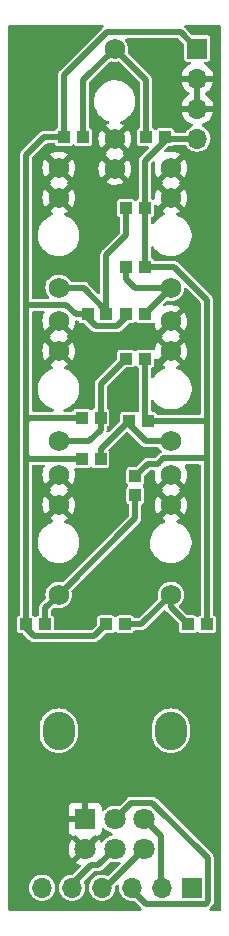
<source format=gbr>
G04 #@! TF.GenerationSoftware,KiCad,Pcbnew,(6.0.0)*
G04 #@! TF.CreationDate,2022-01-30T14:59:03+09:00*
G04 #@! TF.ProjectId,exits,65786974-732e-46b6-9963-61645f706362,2.1*
G04 #@! TF.SameCoordinates,Original*
G04 #@! TF.FileFunction,Copper,L2,Bot*
G04 #@! TF.FilePolarity,Positive*
%FSLAX46Y46*%
G04 Gerber Fmt 4.6, Leading zero omitted, Abs format (unit mm)*
G04 Created by KiCad (PCBNEW (6.0.0)) date 2022-01-30 14:59:03*
%MOMM*%
%LPD*%
G01*
G04 APERTURE LIST*
G04 #@! TA.AperFunction,ComponentPad*
%ADD10C,1.727200*%
G04 #@! TD*
G04 #@! TA.AperFunction,ComponentPad*
%ADD11O,2.720000X3.240000*%
G04 #@! TD*
G04 #@! TA.AperFunction,ComponentPad*
%ADD12R,1.800000X1.800000*%
G04 #@! TD*
G04 #@! TA.AperFunction,ComponentPad*
%ADD13C,1.800000*%
G04 #@! TD*
G04 #@! TA.AperFunction,SMDPad,CuDef*
%ADD14R,1.000000X1.000000*%
G04 #@! TD*
G04 #@! TA.AperFunction,ComponentPad*
%ADD15R,1.700000X1.700000*%
G04 #@! TD*
G04 #@! TA.AperFunction,ComponentPad*
%ADD16O,1.700000X1.700000*%
G04 #@! TD*
G04 #@! TA.AperFunction,ViaPad*
%ADD17C,0.762000*%
G04 #@! TD*
G04 #@! TA.AperFunction,Conductor*
%ADD18C,0.508000*%
G04 #@! TD*
G04 APERTURE END LIST*
D10*
X156500000Y-65340000D03*
X156500000Y-67880000D03*
X156500000Y-75500000D03*
X156500000Y-52340000D03*
X156500000Y-54880000D03*
X156500000Y-62500000D03*
X151750000Y-52410000D03*
X151750000Y-49870000D03*
X151750000Y-42250000D03*
X147000000Y-52340000D03*
X147000000Y-54880000D03*
X147000000Y-62500000D03*
X147000000Y-65340000D03*
X147000000Y-67880000D03*
X147000000Y-75500000D03*
X147000000Y-78340000D03*
X147000000Y-80880000D03*
X147000000Y-88500000D03*
X156500000Y-78340000D03*
X156500000Y-80880000D03*
X156500000Y-88500000D03*
D11*
X156500000Y-100000000D03*
X147000000Y-100000000D03*
D12*
X149250000Y-107500000D03*
D13*
X151750000Y-107500000D03*
X154250000Y-107500000D03*
X149250000Y-110000000D03*
X151750000Y-110000000D03*
X154250000Y-110000000D03*
D14*
X152600000Y-91000000D03*
X151000000Y-91000000D03*
X157950000Y-91000000D03*
X159550000Y-91000000D03*
X150550000Y-77000000D03*
X148950000Y-77000000D03*
X152950000Y-73750000D03*
X154550000Y-73750000D03*
X154300000Y-64750000D03*
X152700000Y-64750000D03*
X152700000Y-60750000D03*
X154300000Y-60750000D03*
X149050000Y-49750000D03*
X147450000Y-49750000D03*
X154400000Y-49750000D03*
X156000000Y-49750000D03*
X151050000Y-64750000D03*
X149450000Y-64750000D03*
X152700000Y-55750000D03*
X154300000Y-55750000D03*
X150550000Y-73500000D03*
X148950000Y-73500000D03*
X152700000Y-68500000D03*
X154300000Y-68500000D03*
X145850000Y-91000000D03*
X144250000Y-91000000D03*
X153500000Y-80050000D03*
X153500000Y-78450000D03*
D15*
X158750000Y-42250000D03*
D16*
X158750000Y-44790000D03*
X158750000Y-47330000D03*
X158750000Y-49870000D03*
D15*
X158280000Y-113300000D03*
D16*
X155740000Y-113300000D03*
X153200000Y-113300000D03*
X150660000Y-113300000D03*
X148120000Y-113300000D03*
X145580000Y-113300000D03*
D17*
X152500000Y-71250000D03*
D18*
X154000000Y-91000000D02*
X156500000Y-88500000D01*
X156500000Y-89550000D02*
X157950000Y-91000000D01*
X152600000Y-91000000D02*
X154000000Y-91000000D01*
X156500000Y-88500000D02*
X156500000Y-89550000D01*
X152950000Y-74064402D02*
X152950000Y-73750000D01*
X150550000Y-76150000D02*
X152950000Y-73750000D01*
X154385598Y-75500000D02*
X152950000Y-74064402D01*
X156500000Y-75500000D02*
X154385598Y-75500000D01*
X150550000Y-77000000D02*
X150550000Y-76150000D01*
X154300000Y-64750000D02*
X154300000Y-64700000D01*
X154300000Y-64700000D02*
X156500000Y-62500000D01*
X152700000Y-61758000D02*
X152700000Y-60750000D01*
X156500000Y-62500000D02*
X153442000Y-62500000D01*
X153442000Y-62500000D02*
X152700000Y-61758000D01*
X154400000Y-44900000D02*
X151750000Y-42250000D01*
X149050000Y-49750000D02*
X149050000Y-44950000D01*
X149050000Y-44950000D02*
X151750000Y-42250000D01*
X154400000Y-49750000D02*
X154400000Y-44900000D01*
X149114402Y-62500000D02*
X147000000Y-62500000D01*
X152700000Y-58077644D02*
X151050000Y-59727644D01*
X151050000Y-59727644D02*
X151050000Y-64750000D01*
X151050000Y-64435598D02*
X149114402Y-62500000D01*
X152700000Y-55750000D02*
X152700000Y-58077644D01*
X151050000Y-64750000D02*
X151050000Y-64435598D01*
X150550000Y-70650000D02*
X152700000Y-68500000D01*
X150550000Y-74508000D02*
X149558000Y-75500000D01*
X149558000Y-75500000D02*
X147000000Y-75500000D01*
X150550000Y-73500000D02*
X150550000Y-74508000D01*
X150550000Y-73500000D02*
X150550000Y-70650000D01*
X153500000Y-80050000D02*
X153500000Y-82000000D01*
X145850000Y-91000000D02*
X145850000Y-89650000D01*
X153500000Y-82000000D02*
X147000000Y-88500000D01*
X145850000Y-89650000D02*
X147000000Y-88500000D01*
X149991999Y-92008001D02*
X144943599Y-92008001D01*
X152700000Y-64750000D02*
X152700000Y-65014402D01*
X150143599Y-65758001D02*
X149450000Y-65064402D01*
X144943599Y-92008001D02*
X144250000Y-91314402D01*
X151091631Y-40878399D02*
X157378399Y-40878399D01*
X144250000Y-51250000D02*
X144250000Y-61000000D01*
X144500000Y-73500000D02*
X144250000Y-73750000D01*
X145750000Y-49750000D02*
X144250000Y-51250000D01*
X147689970Y-77000000D02*
X147658369Y-76968399D01*
X147450000Y-49750000D02*
X147450000Y-44520030D01*
X149450000Y-64750000D02*
X148442000Y-64750000D01*
X148442000Y-64750000D02*
X147660399Y-63968399D01*
X144281601Y-63968399D02*
X144250000Y-64000000D01*
X148950000Y-73500000D02*
X144500000Y-73500000D01*
X152700000Y-65014402D02*
X151956401Y-65758001D01*
X147450000Y-49750000D02*
X145750000Y-49750000D01*
X147450000Y-44520030D02*
X151091631Y-40878399D01*
X144250000Y-64000000D02*
X144250000Y-73750000D01*
X144250000Y-76750000D02*
X144250000Y-91000000D01*
X151000000Y-91000000D02*
X149991999Y-92008001D01*
X147660399Y-63968399D02*
X144281601Y-63968399D01*
X147658369Y-76968399D02*
X144468399Y-76968399D01*
X144250000Y-61000000D02*
X144250000Y-64000000D01*
X157378399Y-40878399D02*
X158750000Y-42250000D01*
X144250000Y-91314402D02*
X144250000Y-91000000D01*
X148950000Y-77000000D02*
X147689970Y-77000000D01*
X151956401Y-65758001D02*
X150143599Y-65758001D01*
X149450000Y-65064402D02*
X149450000Y-64750000D01*
X144468399Y-76968399D02*
X144250000Y-76750000D01*
X144250000Y-73750000D02*
X144250000Y-76750000D01*
X154250000Y-110000000D02*
X151000000Y-113250000D01*
X151000000Y-113250000D02*
X150420000Y-113250000D01*
X155658001Y-108908001D02*
X155658001Y-113091999D01*
X154250000Y-107500000D02*
X155658001Y-108908001D01*
X153158001Y-106091999D02*
X151750000Y-107500000D01*
X154368001Y-114658001D02*
X159436401Y-114658001D01*
X159436401Y-114658001D02*
X159638001Y-114456401D01*
X154925841Y-106091999D02*
X153158001Y-106091999D01*
X152960000Y-113250000D02*
X154368001Y-114658001D01*
X159638001Y-114456401D02*
X159638001Y-110804159D01*
X159638001Y-110804159D02*
X154925841Y-106091999D01*
X154300000Y-51764402D02*
X156000000Y-50064402D01*
X156120000Y-49870000D02*
X156000000Y-49750000D01*
X154300000Y-60750000D02*
X156779970Y-60750000D01*
X155410030Y-77400000D02*
X155860030Y-76950000D01*
X154550000Y-73750000D02*
X159550000Y-73750000D01*
X159550000Y-63520030D02*
X159550000Y-73750000D01*
X159550000Y-76950000D02*
X159550000Y-86500000D01*
X154550000Y-77400000D02*
X155410030Y-77400000D01*
X154300000Y-55750000D02*
X154300000Y-60750000D01*
X154300000Y-73500000D02*
X154550000Y-73750000D01*
X154300000Y-68500000D02*
X154300000Y-73500000D01*
X158750000Y-49870000D02*
X156120000Y-49870000D01*
X159550000Y-73750000D02*
X159550000Y-76950000D01*
X159550000Y-86500000D02*
X159550000Y-91000000D01*
X155860030Y-76950000D02*
X159550000Y-76950000D01*
X154300000Y-55750000D02*
X154300000Y-51764402D01*
X153500000Y-78450000D02*
X154550000Y-77400000D01*
X156779970Y-60750000D02*
X159550000Y-63520030D01*
X151750000Y-110000000D02*
X150341999Y-111408001D01*
X150341999Y-111408001D02*
X149721999Y-111408001D01*
X149721999Y-111408001D02*
X147880000Y-113250000D01*
G04 #@! TA.AperFunction,Conductor*
G36*
X150766083Y-40274002D02*
G01*
X150812576Y-40327658D01*
X150822680Y-40397932D01*
X150793186Y-40462512D01*
X150780217Y-40475447D01*
X150778987Y-40476507D01*
X150771062Y-40482800D01*
X150764016Y-40487947D01*
X150764011Y-40487952D01*
X150760079Y-40490824D01*
X150749104Y-40501799D01*
X150742257Y-40508157D01*
X150704504Y-40540686D01*
X150699620Y-40548221D01*
X150694173Y-40554465D01*
X150684573Y-40566330D01*
X147140696Y-44110207D01*
X147131156Y-44117830D01*
X147131470Y-44118198D01*
X147124634Y-44124016D01*
X147117042Y-44128806D01*
X147111100Y-44135534D01*
X147081407Y-44169155D01*
X147076061Y-44174842D01*
X147064618Y-44186285D01*
X147058978Y-44193810D01*
X147058341Y-44194660D01*
X147051967Y-44202489D01*
X147020622Y-44237981D01*
X147016808Y-44246104D01*
X147015174Y-44248592D01*
X147006186Y-44263553D01*
X147004771Y-44266138D01*
X146999384Y-44273325D01*
X146996233Y-44281731D01*
X146982759Y-44317672D01*
X146978833Y-44326988D01*
X146958719Y-44369830D01*
X146957338Y-44378699D01*
X146956472Y-44381532D01*
X146952042Y-44398419D01*
X146951408Y-44401304D01*
X146948255Y-44409714D01*
X146947590Y-44418669D01*
X146944746Y-44456936D01*
X146943592Y-44466982D01*
X146941500Y-44480416D01*
X146941500Y-44495936D01*
X146941154Y-44505273D01*
X146937461Y-44554971D01*
X146939335Y-44563750D01*
X146939898Y-44572008D01*
X146941500Y-44587191D01*
X146941500Y-48891086D01*
X146921498Y-48959207D01*
X146863716Y-49007496D01*
X146862875Y-49007844D01*
X146850699Y-49010266D01*
X146840379Y-49017161D01*
X146840378Y-49017162D01*
X146779985Y-49057516D01*
X146766516Y-49066516D01*
X146710266Y-49150699D01*
X146707845Y-49162871D01*
X146707494Y-49163718D01*
X146662945Y-49218999D01*
X146591085Y-49241500D01*
X145821073Y-49241500D01*
X145808944Y-49240145D01*
X145808905Y-49240627D01*
X145799954Y-49239907D01*
X145791200Y-49237926D01*
X145737491Y-49241258D01*
X145729689Y-49241500D01*
X145713487Y-49241500D01*
X145704571Y-49242777D01*
X145703122Y-49242984D01*
X145693072Y-49244013D01*
X145654781Y-49246389D01*
X145654780Y-49246389D01*
X145645822Y-49246945D01*
X145637381Y-49249993D01*
X145634467Y-49250596D01*
X145617548Y-49254815D01*
X145614702Y-49255647D01*
X145605813Y-49256920D01*
X145562691Y-49276526D01*
X145553336Y-49280334D01*
X145508819Y-49296405D01*
X145501571Y-49301700D01*
X145498964Y-49303086D01*
X145483877Y-49311901D01*
X145481386Y-49313494D01*
X145473218Y-49317208D01*
X145437345Y-49348118D01*
X145429445Y-49354390D01*
X145418447Y-49362425D01*
X145407472Y-49373400D01*
X145400624Y-49379758D01*
X145369676Y-49406424D01*
X145369672Y-49406429D01*
X145362873Y-49412287D01*
X145357991Y-49419819D01*
X145352538Y-49426070D01*
X145342946Y-49437926D01*
X143940696Y-50840177D01*
X143931156Y-50847800D01*
X143931470Y-50848168D01*
X143924634Y-50853986D01*
X143917042Y-50858776D01*
X143911100Y-50865504D01*
X143881407Y-50899125D01*
X143876061Y-50904812D01*
X143864618Y-50916255D01*
X143859816Y-50922662D01*
X143858341Y-50924630D01*
X143851967Y-50932459D01*
X143820622Y-50967951D01*
X143816808Y-50976074D01*
X143815174Y-50978562D01*
X143806186Y-50993523D01*
X143804771Y-50996108D01*
X143799384Y-51003295D01*
X143796233Y-51011701D01*
X143782759Y-51047642D01*
X143778832Y-51056960D01*
X143766644Y-51082921D01*
X143758719Y-51099800D01*
X143757338Y-51108669D01*
X143756472Y-51111502D01*
X143752042Y-51128389D01*
X143751408Y-51131274D01*
X143748255Y-51139684D01*
X143746088Y-51168842D01*
X143744746Y-51186906D01*
X143743592Y-51196952D01*
X143741500Y-51210386D01*
X143741500Y-51225906D01*
X143741154Y-51235243D01*
X143737461Y-51284941D01*
X143739335Y-51293720D01*
X143739898Y-51301978D01*
X143741500Y-51317161D01*
X143741500Y-63975906D01*
X143741154Y-63985243D01*
X143737461Y-64034941D01*
X143739335Y-64043720D01*
X143739898Y-64051978D01*
X143741500Y-64067161D01*
X143741500Y-73725906D01*
X143741154Y-73735243D01*
X143737461Y-73784941D01*
X143739335Y-73793720D01*
X143739898Y-73801978D01*
X143741500Y-73817161D01*
X143741500Y-76678928D01*
X143740145Y-76691058D01*
X143740627Y-76691097D01*
X143739907Y-76700044D01*
X143737926Y-76708800D01*
X143738482Y-76717760D01*
X143741258Y-76762508D01*
X143741500Y-76770310D01*
X143741500Y-90141086D01*
X143721498Y-90209207D01*
X143663716Y-90257496D01*
X143662875Y-90257844D01*
X143650699Y-90260266D01*
X143640379Y-90267161D01*
X143640378Y-90267162D01*
X143579985Y-90307516D01*
X143566516Y-90316516D01*
X143510266Y-90400699D01*
X143495500Y-90474933D01*
X143495501Y-91525066D01*
X143502612Y-91560818D01*
X143507677Y-91586282D01*
X143510266Y-91599301D01*
X143517161Y-91609620D01*
X143517162Y-91609622D01*
X143524344Y-91620370D01*
X143566516Y-91683484D01*
X143650699Y-91739734D01*
X143724933Y-91754500D01*
X143918781Y-91754500D01*
X143986902Y-91774502D01*
X144007876Y-91791405D01*
X144533776Y-92317305D01*
X144541399Y-92326845D01*
X144541767Y-92326531D01*
X144547585Y-92333367D01*
X144552375Y-92340959D01*
X144559103Y-92346901D01*
X144592724Y-92376594D01*
X144598411Y-92381940D01*
X144609854Y-92393383D01*
X144616619Y-92398453D01*
X144618229Y-92399660D01*
X144626058Y-92406034D01*
X144661550Y-92437379D01*
X144669673Y-92441193D01*
X144672161Y-92442827D01*
X144687122Y-92451815D01*
X144689707Y-92453230D01*
X144696894Y-92458617D01*
X144741241Y-92475242D01*
X144750557Y-92479168D01*
X144793399Y-92499282D01*
X144802268Y-92500663D01*
X144805101Y-92501529D01*
X144821988Y-92505959D01*
X144824873Y-92506593D01*
X144833283Y-92509746D01*
X144862441Y-92511913D01*
X144880505Y-92513255D01*
X144890551Y-92514409D01*
X144899174Y-92515752D01*
X144899177Y-92515752D01*
X144903985Y-92516501D01*
X144919505Y-92516501D01*
X144928842Y-92516847D01*
X144978540Y-92520540D01*
X144987318Y-92518666D01*
X144995578Y-92518103D01*
X145010761Y-92516501D01*
X149920927Y-92516501D01*
X149933057Y-92517856D01*
X149933096Y-92517374D01*
X149942043Y-92518094D01*
X149950799Y-92520075D01*
X150004507Y-92516743D01*
X150012309Y-92516501D01*
X150028512Y-92516501D01*
X150037428Y-92515224D01*
X150038877Y-92515017D01*
X150048927Y-92513988D01*
X150087215Y-92511612D01*
X150096176Y-92511056D01*
X150104622Y-92508007D01*
X150107513Y-92507408D01*
X150124479Y-92503179D01*
X150127304Y-92502353D01*
X150136186Y-92501081D01*
X150179297Y-92481479D01*
X150188648Y-92477673D01*
X150224734Y-92464646D01*
X150233180Y-92461597D01*
X150240428Y-92456302D01*
X150243026Y-92454921D01*
X150258144Y-92446086D01*
X150260613Y-92444507D01*
X150268781Y-92440793D01*
X150304652Y-92409885D01*
X150312568Y-92403600D01*
X150319614Y-92398453D01*
X150319619Y-92398448D01*
X150323551Y-92395576D01*
X150334526Y-92384601D01*
X150341374Y-92378243D01*
X150372322Y-92351577D01*
X150372323Y-92351576D01*
X150379126Y-92345714D01*
X150384010Y-92338179D01*
X150389450Y-92331943D01*
X150399055Y-92320072D01*
X150927724Y-91791404D01*
X150990036Y-91757379D01*
X151016819Y-91754500D01*
X151465653Y-91754499D01*
X151525066Y-91754499D01*
X151560818Y-91747388D01*
X151587126Y-91742156D01*
X151587128Y-91742155D01*
X151599301Y-91739734D01*
X151609621Y-91732839D01*
X151609622Y-91732838D01*
X151673168Y-91690377D01*
X151683484Y-91683484D01*
X151695236Y-91665896D01*
X151749714Y-91620370D01*
X151820157Y-91611523D01*
X151884200Y-91642165D01*
X151904764Y-91665896D01*
X151916516Y-91683484D01*
X152000699Y-91739734D01*
X152074933Y-91754500D01*
X152599915Y-91754500D01*
X153125066Y-91754499D01*
X153160818Y-91747388D01*
X153187126Y-91742156D01*
X153187128Y-91742155D01*
X153199301Y-91739734D01*
X153209621Y-91732839D01*
X153209622Y-91732838D01*
X153273168Y-91690377D01*
X153283484Y-91683484D01*
X153339734Y-91599301D01*
X153342155Y-91587129D01*
X153342506Y-91586282D01*
X153387055Y-91531001D01*
X153458915Y-91508500D01*
X153928928Y-91508500D01*
X153941058Y-91509855D01*
X153941097Y-91509373D01*
X153950044Y-91510093D01*
X153958800Y-91512074D01*
X154012508Y-91508742D01*
X154020310Y-91508500D01*
X154036513Y-91508500D01*
X154045429Y-91507223D01*
X154046878Y-91507016D01*
X154056928Y-91505987D01*
X154095216Y-91503611D01*
X154104177Y-91503055D01*
X154112623Y-91500006D01*
X154115514Y-91499407D01*
X154132480Y-91495178D01*
X154135305Y-91494352D01*
X154144187Y-91493080D01*
X154187298Y-91473478D01*
X154196649Y-91469672D01*
X154232735Y-91456645D01*
X154241181Y-91453596D01*
X154248429Y-91448301D01*
X154251027Y-91446920D01*
X154266145Y-91438085D01*
X154268614Y-91436506D01*
X154276782Y-91432792D01*
X154312653Y-91401884D01*
X154320569Y-91395599D01*
X154327615Y-91390452D01*
X154327620Y-91390447D01*
X154331552Y-91387575D01*
X154342527Y-91376600D01*
X154349375Y-91370242D01*
X154380323Y-91343576D01*
X154380324Y-91343575D01*
X154387127Y-91337713D01*
X154392011Y-91330178D01*
X154397458Y-91323934D01*
X154407058Y-91312069D01*
X155890312Y-89828815D01*
X155952624Y-89794789D01*
X156023439Y-89799854D01*
X156074862Y-89835665D01*
X156098116Y-89862654D01*
X156104401Y-89870569D01*
X156109548Y-89877615D01*
X156109553Y-89877620D01*
X156112425Y-89881552D01*
X156123400Y-89892527D01*
X156129758Y-89899374D01*
X156162287Y-89937127D01*
X156169821Y-89942011D01*
X156176060Y-89947453D01*
X156187927Y-89957054D01*
X157158597Y-90927725D01*
X157192621Y-90990035D01*
X157195500Y-91016818D01*
X157195501Y-91525066D01*
X157202612Y-91560818D01*
X157207677Y-91586282D01*
X157210266Y-91599301D01*
X157217161Y-91609620D01*
X157217162Y-91609622D01*
X157224344Y-91620370D01*
X157266516Y-91683484D01*
X157350699Y-91739734D01*
X157424933Y-91754500D01*
X157949915Y-91754500D01*
X158475066Y-91754499D01*
X158510818Y-91747388D01*
X158537126Y-91742156D01*
X158537128Y-91742155D01*
X158549301Y-91739734D01*
X158559621Y-91732839D01*
X158559622Y-91732838D01*
X158623168Y-91690377D01*
X158633484Y-91683484D01*
X158645236Y-91665896D01*
X158699714Y-91620370D01*
X158770157Y-91611523D01*
X158834200Y-91642165D01*
X158854764Y-91665896D01*
X158866516Y-91683484D01*
X158950699Y-91739734D01*
X159024933Y-91754500D01*
X159549915Y-91754500D01*
X160075066Y-91754499D01*
X160110818Y-91747388D01*
X160137126Y-91742156D01*
X160137128Y-91742155D01*
X160149301Y-91739734D01*
X160159621Y-91732839D01*
X160159622Y-91732838D01*
X160223168Y-91690377D01*
X160233484Y-91683484D01*
X160289734Y-91599301D01*
X160304500Y-91525067D01*
X160304499Y-90474934D01*
X160289734Y-90400699D01*
X160281568Y-90388477D01*
X160240377Y-90326832D01*
X160233484Y-90316516D01*
X160149301Y-90260266D01*
X160137129Y-90257845D01*
X160136282Y-90257494D01*
X160081001Y-90212945D01*
X160058500Y-90141085D01*
X160058500Y-76958623D01*
X160058502Y-76957853D01*
X160058952Y-76884215D01*
X160058952Y-76884214D01*
X160058976Y-76880279D01*
X160058592Y-76878935D01*
X160058500Y-76877590D01*
X160058500Y-73758623D01*
X160058502Y-73757853D01*
X160058952Y-73684215D01*
X160058952Y-73684214D01*
X160058976Y-73680279D01*
X160058592Y-73678935D01*
X160058500Y-73677590D01*
X160058500Y-63591102D01*
X160059855Y-63578972D01*
X160059373Y-63578933D01*
X160060093Y-63569986D01*
X160062074Y-63561230D01*
X160058742Y-63507522D01*
X160058500Y-63499720D01*
X160058500Y-63483517D01*
X160057016Y-63473152D01*
X160055987Y-63463102D01*
X160053611Y-63424814D01*
X160053055Y-63415853D01*
X160050006Y-63407407D01*
X160049407Y-63404516D01*
X160045178Y-63387550D01*
X160044352Y-63384725D01*
X160043080Y-63375843D01*
X160023478Y-63332732D01*
X160019672Y-63323381D01*
X160006645Y-63287295D01*
X160003596Y-63278849D01*
X159998301Y-63271601D01*
X159996920Y-63269003D01*
X159988085Y-63253885D01*
X159986506Y-63251416D01*
X159982792Y-63243248D01*
X159951884Y-63207377D01*
X159945599Y-63199461D01*
X159940452Y-63192415D01*
X159940447Y-63192410D01*
X159937575Y-63188478D01*
X159926600Y-63177503D01*
X159920242Y-63170655D01*
X159893576Y-63139707D01*
X159893575Y-63139706D01*
X159887713Y-63132903D01*
X159880178Y-63128019D01*
X159873934Y-63122572D01*
X159862069Y-63112972D01*
X157189793Y-60440696D01*
X157182170Y-60431156D01*
X157181802Y-60431470D01*
X157175984Y-60424634D01*
X157171194Y-60417042D01*
X157130845Y-60381407D01*
X157125158Y-60376061D01*
X157113715Y-60364618D01*
X157105340Y-60358341D01*
X157097511Y-60351967D01*
X157062019Y-60320622D01*
X157053896Y-60316808D01*
X157051408Y-60315174D01*
X157036447Y-60306186D01*
X157033862Y-60304771D01*
X157026675Y-60299384D01*
X156982327Y-60282759D01*
X156973010Y-60278832D01*
X156938296Y-60262534D01*
X156930170Y-60258719D01*
X156921301Y-60257338D01*
X156918468Y-60256472D01*
X156901581Y-60252042D01*
X156898696Y-60251408D01*
X156890286Y-60248255D01*
X156861128Y-60246088D01*
X156843064Y-60244746D01*
X156833018Y-60243592D01*
X156824395Y-60242249D01*
X156824392Y-60242249D01*
X156819584Y-60241500D01*
X156804064Y-60241500D01*
X156794727Y-60241154D01*
X156777824Y-60239898D01*
X156745029Y-60237461D01*
X156736250Y-60239335D01*
X156727992Y-60239898D01*
X156712809Y-60241500D01*
X155158914Y-60241500D01*
X155090793Y-60221498D01*
X155042504Y-60163716D01*
X155042156Y-60162875D01*
X155039734Y-60150699D01*
X155031568Y-60138477D01*
X154990377Y-60076832D01*
X154983484Y-60066516D01*
X154899301Y-60010266D01*
X154887129Y-60007845D01*
X154886282Y-60007494D01*
X154831001Y-59962945D01*
X154808500Y-59891085D01*
X154808500Y-59097099D01*
X154828502Y-59028978D01*
X154882158Y-58982485D01*
X154952432Y-58972381D01*
X155017012Y-59001875D01*
X155039872Y-59028014D01*
X155101592Y-59122154D01*
X155101596Y-59122159D01*
X155104158Y-59126067D01*
X155277804Y-59320621D01*
X155478300Y-59487371D01*
X155701240Y-59622655D01*
X155705548Y-59624462D01*
X155705549Y-59624462D01*
X155937413Y-59721691D01*
X155937418Y-59721693D01*
X155941728Y-59723500D01*
X155946260Y-59724651D01*
X155946263Y-59724652D01*
X156060394Y-59753637D01*
X156194480Y-59787690D01*
X156411072Y-59809500D01*
X156566206Y-59809500D01*
X156568531Y-59809327D01*
X156568537Y-59809327D01*
X156755407Y-59795440D01*
X156755411Y-59795439D01*
X156760059Y-59795094D01*
X157014405Y-59737542D01*
X157077806Y-59712887D01*
X157253091Y-59644722D01*
X157257450Y-59643027D01*
X157261504Y-59640710D01*
X157261508Y-59640708D01*
X157386413Y-59569318D01*
X157483855Y-59513625D01*
X157688647Y-59352180D01*
X157867326Y-59162239D01*
X158015968Y-58947973D01*
X158033760Y-58911894D01*
X158129241Y-58718278D01*
X158129242Y-58718275D01*
X158131306Y-58714090D01*
X158146488Y-58666663D01*
X158206406Y-58479476D01*
X158210807Y-58465728D01*
X158217393Y-58425292D01*
X158251974Y-58212955D01*
X158252725Y-58208344D01*
X158256138Y-57947590D01*
X158220972Y-57689196D01*
X158148000Y-57438838D01*
X158038823Y-57202016D01*
X158036260Y-57198106D01*
X157898408Y-56987846D01*
X157898404Y-56987841D01*
X157895842Y-56983933D01*
X157722196Y-56789379D01*
X157521700Y-56622629D01*
X157298760Y-56487345D01*
X157294451Y-56485538D01*
X157062587Y-56388309D01*
X157062582Y-56388307D01*
X157058272Y-56386500D01*
X157051105Y-56384680D01*
X157050279Y-56384191D01*
X157049307Y-56383866D01*
X157049377Y-56383657D01*
X156990004Y-56348525D01*
X156958149Y-56285075D01*
X156965655Y-56214476D01*
X157010138Y-56159143D01*
X157026689Y-56149406D01*
X157200074Y-56064466D01*
X157208940Y-56059181D01*
X157258998Y-56023474D01*
X157267399Y-56012774D01*
X157260411Y-55999621D01*
X156512812Y-55252022D01*
X156498868Y-55244408D01*
X156497035Y-55244539D01*
X156490420Y-55248790D01*
X155736794Y-56002416D01*
X155730034Y-56014796D01*
X155735315Y-56021850D01*
X155900859Y-56118586D01*
X155910146Y-56123036D01*
X155966378Y-56144509D01*
X156022881Y-56187497D01*
X156047174Y-56254208D01*
X156031544Y-56323463D01*
X155980952Y-56373273D01*
X155967098Y-56379651D01*
X155955424Y-56384191D01*
X155746908Y-56465278D01*
X155746905Y-56465279D01*
X155742550Y-56466973D01*
X155738496Y-56469290D01*
X155738492Y-56469292D01*
X155676892Y-56504500D01*
X155516145Y-56596375D01*
X155311353Y-56757820D01*
X155132674Y-56947761D01*
X155130006Y-56951607D01*
X155038027Y-57084194D01*
X154982764Y-57128764D01*
X154912177Y-57136381D01*
X154848678Y-57104627D01*
X154812426Y-57043583D01*
X154808500Y-57012374D01*
X154808500Y-56608914D01*
X154828502Y-56540793D01*
X154886284Y-56492504D01*
X154887125Y-56492156D01*
X154899301Y-56489734D01*
X154909621Y-56482839D01*
X154909622Y-56482838D01*
X154973168Y-56440377D01*
X154983484Y-56433484D01*
X155039734Y-56349301D01*
X155054500Y-56275067D01*
X155054499Y-55593136D01*
X155074501Y-55525016D01*
X155128157Y-55478523D01*
X155198430Y-55468419D01*
X155263011Y-55497912D01*
X155287931Y-55527302D01*
X155356569Y-55639308D01*
X155367027Y-55648770D01*
X155375803Y-55644987D01*
X156127978Y-54892812D01*
X156134356Y-54881132D01*
X156864408Y-54881132D01*
X156864539Y-54882965D01*
X156868790Y-54889580D01*
X157620219Y-55641009D01*
X157632230Y-55647568D01*
X157643969Y-55638600D01*
X157676699Y-55593050D01*
X157682014Y-55584205D01*
X157777358Y-55391292D01*
X157781156Y-55381699D01*
X157843715Y-55175793D01*
X157845893Y-55165720D01*
X157874221Y-54950550D01*
X157874740Y-54943882D01*
X157876219Y-54883365D01*
X157876025Y-54876646D01*
X157858244Y-54660375D01*
X157856559Y-54650195D01*
X157804133Y-54441477D01*
X157800813Y-54431726D01*
X157714999Y-54234365D01*
X157710133Y-54225290D01*
X157642899Y-54121364D01*
X157632212Y-54112160D01*
X157622647Y-54116563D01*
X156872022Y-54867188D01*
X156864408Y-54881132D01*
X156134356Y-54881132D01*
X156135592Y-54878868D01*
X156135461Y-54877035D01*
X156131210Y-54870420D01*
X155380062Y-54119272D01*
X155368526Y-54112972D01*
X155356243Y-54122595D01*
X155306225Y-54195918D01*
X155301137Y-54204874D01*
X155210530Y-54400071D01*
X155206967Y-54409758D01*
X155149459Y-54617124D01*
X155147528Y-54627244D01*
X155124659Y-54841241D01*
X155124407Y-54851529D01*
X155128384Y-54920491D01*
X155112337Y-54989651D01*
X155061447Y-55039155D01*
X154991871Y-55053288D01*
X154932592Y-55032511D01*
X154899301Y-55010266D01*
X154887129Y-55007845D01*
X154886282Y-55007494D01*
X154831001Y-54962945D01*
X154808500Y-54891085D01*
X154808500Y-53474796D01*
X155730034Y-53474796D01*
X155735315Y-53481850D01*
X155765031Y-53499215D01*
X155813755Y-53550853D01*
X155826826Y-53620636D01*
X155800095Y-53686408D01*
X155768602Y-53714624D01*
X155762469Y-53718486D01*
X155739960Y-53735386D01*
X155731507Y-53746711D01*
X155738251Y-53759041D01*
X156487188Y-54507978D01*
X156501132Y-54515592D01*
X156502965Y-54515461D01*
X156509580Y-54511210D01*
X157263073Y-53757717D01*
X157270093Y-53744861D01*
X157262916Y-53735011D01*
X157257110Y-53731154D01*
X157237596Y-53720381D01*
X157187626Y-53669947D01*
X157172855Y-53600504D01*
X157197972Y-53534099D01*
X157225322Y-53507495D01*
X157258998Y-53483474D01*
X157267399Y-53472774D01*
X157260411Y-53459621D01*
X156512812Y-52712022D01*
X156498868Y-52704408D01*
X156497035Y-52704539D01*
X156490420Y-52708790D01*
X155736794Y-53462416D01*
X155730034Y-53474796D01*
X154808500Y-53474796D01*
X154808500Y-52027219D01*
X154828502Y-51959098D01*
X154845405Y-51938124D01*
X154981073Y-51802456D01*
X155043385Y-51768430D01*
X155114200Y-51773495D01*
X155171036Y-51816042D01*
X155195847Y-51882562D01*
X155191585Y-51925223D01*
X155149459Y-52077124D01*
X155147528Y-52087244D01*
X155124659Y-52301241D01*
X155124407Y-52311530D01*
X155136795Y-52526375D01*
X155138231Y-52536596D01*
X155185542Y-52746528D01*
X155188621Y-52756356D01*
X155269586Y-52955748D01*
X155274239Y-52964959D01*
X155356569Y-53099308D01*
X155367027Y-53108770D01*
X155375803Y-53104987D01*
X156139658Y-52341132D01*
X156864408Y-52341132D01*
X156864539Y-52342965D01*
X156868790Y-52349580D01*
X157620219Y-53101009D01*
X157632230Y-53107568D01*
X157643969Y-53098600D01*
X157676699Y-53053050D01*
X157682014Y-53044205D01*
X157777358Y-52851292D01*
X157781156Y-52841699D01*
X157843715Y-52635793D01*
X157845893Y-52625720D01*
X157874221Y-52410550D01*
X157874740Y-52403882D01*
X157876219Y-52343365D01*
X157876025Y-52336646D01*
X157858244Y-52120375D01*
X157856559Y-52110195D01*
X157804133Y-51901477D01*
X157800813Y-51891726D01*
X157714999Y-51694365D01*
X157710133Y-51685290D01*
X157642899Y-51581364D01*
X157632212Y-51572160D01*
X157622647Y-51576563D01*
X156872022Y-52327188D01*
X156864408Y-52341132D01*
X156139658Y-52341132D01*
X157263073Y-51217717D01*
X157270093Y-51204861D01*
X157262916Y-51195011D01*
X157257106Y-51191151D01*
X157068711Y-51087151D01*
X157059299Y-51082921D01*
X156856445Y-51011086D01*
X156846474Y-51008452D01*
X156634610Y-50970713D01*
X156624358Y-50969744D01*
X156409164Y-50967115D01*
X156398880Y-50967835D01*
X156186158Y-51000386D01*
X156176130Y-51002775D01*
X156089559Y-51031070D01*
X156018595Y-51033221D01*
X155957733Y-50996665D01*
X155926297Y-50933007D01*
X155934267Y-50862459D01*
X155961319Y-50822210D01*
X156242125Y-50541404D01*
X156304437Y-50507378D01*
X156331220Y-50504499D01*
X156525066Y-50504499D01*
X156560818Y-50497388D01*
X156587126Y-50492156D01*
X156587128Y-50492155D01*
X156599301Y-50489734D01*
X156609621Y-50482839D01*
X156609622Y-50482838D01*
X156673168Y-50440377D01*
X156683484Y-50433484D01*
X156690377Y-50423168D01*
X156698140Y-50415405D01*
X156760452Y-50381379D01*
X156787235Y-50378500D01*
X157691543Y-50378500D01*
X157759664Y-50398502D01*
X157794440Y-50431780D01*
X157837109Y-50492155D01*
X157906533Y-50590389D01*
X157910675Y-50594424D01*
X157954964Y-50637568D01*
X158051938Y-50732035D01*
X158220720Y-50844812D01*
X158226023Y-50847090D01*
X158226026Y-50847092D01*
X158314707Y-50885192D01*
X158407228Y-50924942D01*
X158480244Y-50941464D01*
X158599579Y-50968467D01*
X158599584Y-50968468D01*
X158605216Y-50969742D01*
X158610987Y-50969969D01*
X158610989Y-50969969D01*
X158670756Y-50972317D01*
X158808053Y-50977712D01*
X158921769Y-50961224D01*
X159003231Y-50949413D01*
X159003236Y-50949412D01*
X159008945Y-50948584D01*
X159014409Y-50946729D01*
X159014414Y-50946728D01*
X159195693Y-50885192D01*
X159195698Y-50885190D01*
X159201165Y-50883334D01*
X159245017Y-50858776D01*
X159278227Y-50840177D01*
X159378276Y-50784147D01*
X159440934Y-50732035D01*
X159529913Y-50658031D01*
X159534345Y-50654345D01*
X159658971Y-50504500D01*
X159660453Y-50502718D01*
X159660455Y-50502715D01*
X159664147Y-50498276D01*
X159735778Y-50370370D01*
X159760510Y-50326208D01*
X159760511Y-50326206D01*
X159763334Y-50321165D01*
X159765190Y-50315698D01*
X159765192Y-50315693D01*
X159826728Y-50134414D01*
X159826729Y-50134409D01*
X159828584Y-50128945D01*
X159829412Y-50123236D01*
X159829413Y-50123231D01*
X159857179Y-49931727D01*
X159857712Y-49928053D01*
X159859232Y-49870000D01*
X159840658Y-49667859D01*
X159785557Y-49472487D01*
X159765334Y-49431477D01*
X159698331Y-49295609D01*
X159695776Y-49290428D01*
X159688239Y-49280334D01*
X159651490Y-49231122D01*
X159574320Y-49127779D01*
X159425258Y-48989987D01*
X159420375Y-48986906D01*
X159420371Y-48986903D01*
X159258464Y-48884748D01*
X159253581Y-48881667D01*
X159181614Y-48852955D01*
X159125755Y-48809134D01*
X159102455Y-48742069D01*
X159119111Y-48673054D01*
X159170436Y-48624000D01*
X159192098Y-48615239D01*
X159242252Y-48600192D01*
X159251842Y-48596433D01*
X159443095Y-48502739D01*
X159451945Y-48497464D01*
X159625328Y-48373792D01*
X159633200Y-48367139D01*
X159784052Y-48216812D01*
X159790730Y-48208965D01*
X159915003Y-48036020D01*
X159920313Y-48027183D01*
X160014670Y-47836267D01*
X160018469Y-47826672D01*
X160080377Y-47622910D01*
X160082555Y-47612837D01*
X160083986Y-47601962D01*
X160081775Y-47587778D01*
X160068617Y-47584000D01*
X157433225Y-47584000D01*
X157419694Y-47587973D01*
X157418257Y-47597966D01*
X157448565Y-47732446D01*
X157451645Y-47742275D01*
X157531770Y-47939603D01*
X157536413Y-47948794D01*
X157647694Y-48130388D01*
X157653777Y-48138699D01*
X157793213Y-48299667D01*
X157800580Y-48306883D01*
X157964434Y-48442916D01*
X157972881Y-48448831D01*
X158156756Y-48556279D01*
X158166042Y-48560729D01*
X158315124Y-48617657D01*
X158371627Y-48660644D01*
X158395920Y-48727355D01*
X158380290Y-48796610D01*
X158329699Y-48846421D01*
X158313785Y-48853579D01*
X158272463Y-48868824D01*
X158098010Y-48972612D01*
X158093670Y-48976418D01*
X158093666Y-48976421D01*
X157998793Y-49059623D01*
X157945392Y-49106455D01*
X157819720Y-49265869D01*
X157817031Y-49270980D01*
X157817029Y-49270983D01*
X157804831Y-49294168D01*
X157755411Y-49345140D01*
X157693323Y-49361500D01*
X156880499Y-49361500D01*
X156812378Y-49341498D01*
X156765885Y-49287842D01*
X156754499Y-49235500D01*
X156754499Y-49224934D01*
X156746739Y-49185918D01*
X156742156Y-49162874D01*
X156742155Y-49162872D01*
X156739734Y-49150699D01*
X156731568Y-49138477D01*
X156690377Y-49076832D01*
X156683484Y-49066516D01*
X156599301Y-49010266D01*
X156525067Y-48995500D01*
X156000085Y-48995500D01*
X155474934Y-48995501D01*
X155439182Y-49002612D01*
X155412874Y-49007844D01*
X155412872Y-49007845D01*
X155400699Y-49010266D01*
X155390379Y-49017161D01*
X155390378Y-49017162D01*
X155329985Y-49057516D01*
X155316516Y-49066516D01*
X155309623Y-49076832D01*
X155304764Y-49084104D01*
X155250286Y-49129630D01*
X155179843Y-49138477D01*
X155115800Y-49107835D01*
X155095236Y-49084104D01*
X155090377Y-49076832D01*
X155083484Y-49066516D01*
X154999301Y-49010266D01*
X154987129Y-49007845D01*
X154986282Y-49007494D01*
X154931001Y-48962945D01*
X154908500Y-48891085D01*
X154908500Y-47064183D01*
X157414389Y-47064183D01*
X157415912Y-47072607D01*
X157428292Y-47076000D01*
X158477885Y-47076000D01*
X158493124Y-47071525D01*
X158494329Y-47070135D01*
X158496000Y-47062452D01*
X158496000Y-47057885D01*
X159004000Y-47057885D01*
X159008475Y-47073124D01*
X159009865Y-47074329D01*
X159017548Y-47076000D01*
X160068344Y-47076000D01*
X160081875Y-47072027D01*
X160083180Y-47062947D01*
X160041214Y-46895875D01*
X160037894Y-46886124D01*
X159952972Y-46690814D01*
X159948105Y-46681739D01*
X159832426Y-46502926D01*
X159826136Y-46494757D01*
X159682806Y-46337240D01*
X159675273Y-46330215D01*
X159508139Y-46198222D01*
X159499552Y-46192517D01*
X159462116Y-46171851D01*
X159412146Y-46121419D01*
X159397374Y-46051976D01*
X159422490Y-45985571D01*
X159449842Y-45958964D01*
X159625327Y-45833792D01*
X159633200Y-45827139D01*
X159784052Y-45676812D01*
X159790730Y-45668965D01*
X159915003Y-45496020D01*
X159920313Y-45487183D01*
X160014670Y-45296267D01*
X160018469Y-45286672D01*
X160080377Y-45082910D01*
X160082555Y-45072837D01*
X160083986Y-45061962D01*
X160081775Y-45047778D01*
X160068617Y-45044000D01*
X159022115Y-45044000D01*
X159006876Y-45048475D01*
X159005671Y-45049865D01*
X159004000Y-45057548D01*
X159004000Y-47057885D01*
X158496000Y-47057885D01*
X158496000Y-45062115D01*
X158491525Y-45046876D01*
X158490135Y-45045671D01*
X158482452Y-45044000D01*
X157433225Y-45044000D01*
X157419694Y-45047973D01*
X157418257Y-45057966D01*
X157448565Y-45192446D01*
X157451645Y-45202275D01*
X157531770Y-45399603D01*
X157536413Y-45408794D01*
X157647694Y-45590388D01*
X157653777Y-45598699D01*
X157793213Y-45759667D01*
X157800580Y-45766883D01*
X157964434Y-45902916D01*
X157972881Y-45908831D01*
X158042479Y-45949501D01*
X158091203Y-46001140D01*
X158104274Y-46070923D01*
X158077543Y-46136694D01*
X158037087Y-46170053D01*
X158028462Y-46174542D01*
X158019738Y-46180036D01*
X157849433Y-46307905D01*
X157841726Y-46314748D01*
X157694590Y-46468717D01*
X157688104Y-46476727D01*
X157568098Y-46652649D01*
X157563000Y-46661623D01*
X157473338Y-46854783D01*
X157469775Y-46864470D01*
X157414389Y-47064183D01*
X154908500Y-47064183D01*
X154908500Y-44971072D01*
X154909855Y-44958942D01*
X154909373Y-44958903D01*
X154910093Y-44949956D01*
X154912074Y-44941200D01*
X154908742Y-44887492D01*
X154908500Y-44879690D01*
X154908500Y-44863487D01*
X154907016Y-44853122D01*
X154905987Y-44843072D01*
X154903611Y-44804784D01*
X154903055Y-44795823D01*
X154900006Y-44787377D01*
X154899407Y-44784486D01*
X154895178Y-44767520D01*
X154894352Y-44764695D01*
X154893080Y-44755813D01*
X154873478Y-44712702D01*
X154869672Y-44703351D01*
X154856645Y-44667265D01*
X154853596Y-44658819D01*
X154848301Y-44651571D01*
X154846920Y-44648973D01*
X154838085Y-44633855D01*
X154836506Y-44631386D01*
X154832792Y-44623218D01*
X154801884Y-44587347D01*
X154795599Y-44579431D01*
X154790452Y-44572385D01*
X154790447Y-44572380D01*
X154787575Y-44568448D01*
X154776600Y-44557473D01*
X154770242Y-44550625D01*
X154743576Y-44519677D01*
X154743575Y-44519676D01*
X154737713Y-44512873D01*
X154730178Y-44507989D01*
X154723934Y-44502542D01*
X154712069Y-44492942D01*
X152869237Y-42650110D01*
X152835211Y-42587798D01*
X152838863Y-42523268D01*
X152838659Y-42523219D01*
X152838930Y-42522092D01*
X152839019Y-42520513D01*
X152840009Y-42517598D01*
X152840009Y-42517597D01*
X152841864Y-42512133D01*
X152854403Y-42425659D01*
X152870818Y-42312442D01*
X152871351Y-42308768D01*
X152872890Y-42250000D01*
X152854087Y-42045370D01*
X152817832Y-41916819D01*
X152799878Y-41853157D01*
X152799876Y-41853152D01*
X152798308Y-41847592D01*
X152707421Y-41663292D01*
X152651413Y-41588288D01*
X152626681Y-41521738D01*
X152641855Y-41452382D01*
X152692117Y-41402240D01*
X152752371Y-41386899D01*
X157115581Y-41386899D01*
X157183702Y-41406901D01*
X157204677Y-41423804D01*
X157608596Y-41827724D01*
X157642621Y-41890036D01*
X157645500Y-41916819D01*
X157645501Y-42520513D01*
X157645501Y-43125066D01*
X157660266Y-43199301D01*
X157716516Y-43283484D01*
X157800699Y-43339734D01*
X157874933Y-43354500D01*
X158051500Y-43354500D01*
X158119621Y-43374502D01*
X158166114Y-43428158D01*
X158176218Y-43498432D01*
X158146724Y-43563012D01*
X158109681Y-43592263D01*
X158028458Y-43634545D01*
X158019738Y-43640036D01*
X157849433Y-43767905D01*
X157841726Y-43774748D01*
X157694590Y-43928717D01*
X157688104Y-43936727D01*
X157568098Y-44112649D01*
X157563000Y-44121623D01*
X157473338Y-44314783D01*
X157469775Y-44324470D01*
X157414389Y-44524183D01*
X157415912Y-44532607D01*
X157428292Y-44536000D01*
X160068344Y-44536000D01*
X160081875Y-44532027D01*
X160083180Y-44522947D01*
X160041214Y-44355875D01*
X160037894Y-44346124D01*
X159952972Y-44150814D01*
X159948105Y-44141739D01*
X159832426Y-43962926D01*
X159826136Y-43954757D01*
X159682806Y-43797240D01*
X159675273Y-43790215D01*
X159508139Y-43658222D01*
X159499552Y-43652517D01*
X159387765Y-43590807D01*
X159337795Y-43540375D01*
X159323023Y-43470932D01*
X159348139Y-43404527D01*
X159405170Y-43362242D01*
X159448658Y-43354499D01*
X159625066Y-43354499D01*
X159660818Y-43347388D01*
X159687126Y-43342156D01*
X159687128Y-43342155D01*
X159699301Y-43339734D01*
X159709621Y-43332839D01*
X159709622Y-43332838D01*
X159773168Y-43290377D01*
X159783484Y-43283484D01*
X159839734Y-43199301D01*
X159854500Y-43125067D01*
X159854499Y-41374934D01*
X159839734Y-41300699D01*
X159783484Y-41216516D01*
X159699301Y-41160266D01*
X159625067Y-41145500D01*
X159491481Y-41145500D01*
X158416818Y-41145501D01*
X158348697Y-41125499D01*
X158327723Y-41108596D01*
X157788222Y-40569095D01*
X157780599Y-40559555D01*
X157780231Y-40559869D01*
X157774413Y-40553033D01*
X157769623Y-40545441D01*
X157729274Y-40509806D01*
X157723587Y-40504460D01*
X157712144Y-40493017D01*
X157703769Y-40486740D01*
X157695943Y-40480369D01*
X157689231Y-40474441D01*
X157651413Y-40414358D01*
X157652082Y-40343364D01*
X157691026Y-40284003D01*
X157755882Y-40255119D01*
X157772638Y-40254000D01*
X160620000Y-40254000D01*
X160688121Y-40274002D01*
X160734614Y-40327658D01*
X160746000Y-40380000D01*
X160746000Y-115120000D01*
X160725998Y-115188121D01*
X160672342Y-115234614D01*
X160620000Y-115246000D01*
X159872312Y-115246000D01*
X159804191Y-115225998D01*
X159757698Y-115172342D01*
X159747594Y-115102068D01*
X159777088Y-115037488D01*
X159790055Y-115024556D01*
X159823528Y-114995714D01*
X159828410Y-114988182D01*
X159833846Y-114981951D01*
X159843456Y-114970074D01*
X159947309Y-114866221D01*
X159956846Y-114858601D01*
X159956532Y-114858232D01*
X159963366Y-114852416D01*
X159970959Y-114847625D01*
X160006587Y-114807284D01*
X160011933Y-114801597D01*
X160023383Y-114790147D01*
X160029663Y-114781769D01*
X160036042Y-114773933D01*
X160061438Y-114745177D01*
X160067379Y-114738450D01*
X160071193Y-114730327D01*
X160072813Y-114727860D01*
X160081817Y-114712876D01*
X160083235Y-114710285D01*
X160088616Y-114703106D01*
X160105237Y-114658770D01*
X160109156Y-114649469D01*
X160129282Y-114606601D01*
X160130664Y-114597729D01*
X160131525Y-114594911D01*
X160135955Y-114578029D01*
X160136594Y-114575122D01*
X160139745Y-114566717D01*
X160143253Y-114519512D01*
X160144407Y-114509464D01*
X160145751Y-114500830D01*
X160146501Y-114496015D01*
X160146501Y-114480478D01*
X160146848Y-114471140D01*
X160149875Y-114430411D01*
X160149875Y-114430410D01*
X160150540Y-114421460D01*
X160148667Y-114412685D01*
X160148104Y-114404428D01*
X160146501Y-114389239D01*
X160146501Y-110875232D01*
X160147856Y-110863102D01*
X160147374Y-110863063D01*
X160148094Y-110854116D01*
X160150075Y-110845360D01*
X160146743Y-110791651D01*
X160146501Y-110783849D01*
X160146501Y-110767646D01*
X160145017Y-110757281D01*
X160143988Y-110747231D01*
X160141612Y-110708941D01*
X160141612Y-110708940D01*
X160141056Y-110699982D01*
X160138008Y-110691541D01*
X160137405Y-110688627D01*
X160133183Y-110671693D01*
X160132353Y-110668854D01*
X160131081Y-110659972D01*
X160111478Y-110616859D01*
X160107672Y-110607508D01*
X160094645Y-110571421D01*
X160094644Y-110571419D01*
X160091597Y-110562979D01*
X160086305Y-110555735D01*
X160084926Y-110553141D01*
X160076079Y-110538002D01*
X160074506Y-110535542D01*
X160070793Y-110527377D01*
X160064939Y-110520583D01*
X160064937Y-110520580D01*
X160051940Y-110505497D01*
X160039882Y-110491502D01*
X160033598Y-110483587D01*
X160028451Y-110476541D01*
X160028445Y-110476534D01*
X160025576Y-110472607D01*
X160014601Y-110461632D01*
X160008243Y-110454784D01*
X159981577Y-110423836D01*
X159981576Y-110423835D01*
X159975714Y-110417032D01*
X159968179Y-110412148D01*
X159961935Y-110406701D01*
X159950070Y-110397101D01*
X155335664Y-105782695D01*
X155328041Y-105773155D01*
X155327673Y-105773469D01*
X155321855Y-105766633D01*
X155317065Y-105759041D01*
X155276716Y-105723406D01*
X155271029Y-105718060D01*
X155259586Y-105706617D01*
X155251211Y-105700340D01*
X155243382Y-105693966D01*
X155207890Y-105662621D01*
X155199767Y-105658807D01*
X155197279Y-105657173D01*
X155182318Y-105648185D01*
X155179733Y-105646770D01*
X155172546Y-105641383D01*
X155128198Y-105624758D01*
X155118881Y-105620831D01*
X155084167Y-105604533D01*
X155076041Y-105600718D01*
X155067172Y-105599337D01*
X155064339Y-105598471D01*
X155047452Y-105594041D01*
X155044567Y-105593407D01*
X155036157Y-105590254D01*
X155006999Y-105588087D01*
X154988935Y-105586745D01*
X154978889Y-105585591D01*
X154970266Y-105584248D01*
X154970263Y-105584248D01*
X154965455Y-105583499D01*
X154949935Y-105583499D01*
X154940598Y-105583153D01*
X154923695Y-105581897D01*
X154890900Y-105579460D01*
X154882121Y-105581334D01*
X154873863Y-105581897D01*
X154858680Y-105583499D01*
X153229074Y-105583499D01*
X153216945Y-105582144D01*
X153216906Y-105582626D01*
X153207955Y-105581906D01*
X153199201Y-105579925D01*
X153147169Y-105583153D01*
X153145493Y-105583257D01*
X153137691Y-105583499D01*
X153121488Y-105583499D01*
X153112572Y-105584776D01*
X153111123Y-105584983D01*
X153101073Y-105586012D01*
X153063216Y-105588361D01*
X153053824Y-105588944D01*
X153045380Y-105591992D01*
X153042493Y-105592590D01*
X153025511Y-105596825D01*
X153022705Y-105597646D01*
X153013814Y-105598919D01*
X152970709Y-105618518D01*
X152961350Y-105622327D01*
X152925266Y-105635354D01*
X152925261Y-105635357D01*
X152916820Y-105638404D01*
X152909572Y-105643699D01*
X152906967Y-105645084D01*
X152891878Y-105653900D01*
X152889387Y-105655493D01*
X152881219Y-105659207D01*
X152845346Y-105690117D01*
X152837446Y-105696389D01*
X152826448Y-105704424D01*
X152815473Y-105715399D01*
X152808625Y-105721757D01*
X152777677Y-105748423D01*
X152777673Y-105748428D01*
X152770874Y-105754286D01*
X152765992Y-105761818D01*
X152760539Y-105768069D01*
X152750947Y-105779925D01*
X152179697Y-106351175D01*
X152117385Y-106385201D01*
X152066023Y-106385659D01*
X151984614Y-106369466D01*
X151876863Y-106348033D01*
X151876859Y-106348033D01*
X151871195Y-106346906D01*
X151865420Y-106346830D01*
X151865416Y-106346830D01*
X151758804Y-106345434D01*
X151659031Y-106344128D01*
X151653334Y-106345107D01*
X151653333Y-106345107D01*
X151555336Y-106361946D01*
X151449913Y-106380061D01*
X151250846Y-106453501D01*
X151245885Y-106456453D01*
X151245884Y-106456453D01*
X151073463Y-106559032D01*
X151073460Y-106559034D01*
X151068495Y-106561988D01*
X151064155Y-106565794D01*
X151064151Y-106565797D01*
X150933258Y-106680588D01*
X150908968Y-106701890D01*
X150905393Y-106706425D01*
X150905392Y-106706426D01*
X150882949Y-106734895D01*
X150825068Y-106776008D01*
X150754148Y-106779302D01*
X150692705Y-106743730D01*
X150660248Y-106680588D01*
X150657999Y-106656889D01*
X150657999Y-106555331D01*
X150657629Y-106548510D01*
X150652105Y-106497648D01*
X150648479Y-106482396D01*
X150603324Y-106361946D01*
X150594786Y-106346351D01*
X150518285Y-106244276D01*
X150505724Y-106231715D01*
X150403649Y-106155214D01*
X150388054Y-106146676D01*
X150267606Y-106101522D01*
X150252351Y-106097895D01*
X150201486Y-106092369D01*
X150194672Y-106092000D01*
X149522115Y-106092000D01*
X149506876Y-106096475D01*
X149505671Y-106097865D01*
X149504000Y-106105548D01*
X149504000Y-107628000D01*
X149483998Y-107696121D01*
X149430342Y-107742614D01*
X149378000Y-107754000D01*
X147860116Y-107754000D01*
X147844877Y-107758475D01*
X147843672Y-107759865D01*
X147842001Y-107767548D01*
X147842001Y-108444669D01*
X147842371Y-108451490D01*
X147847895Y-108502352D01*
X147851521Y-108517604D01*
X147896676Y-108638054D01*
X147905214Y-108653649D01*
X147981715Y-108755724D01*
X147994276Y-108768285D01*
X148096351Y-108844786D01*
X148111946Y-108853324D01*
X148232394Y-108898478D01*
X148247650Y-108902105D01*
X148276961Y-108905290D01*
X148300835Y-108901010D01*
X148302170Y-108900048D01*
X148316622Y-108885597D01*
X148378935Y-108851574D01*
X148449750Y-108856640D01*
X148494811Y-108885600D01*
X149237189Y-109627979D01*
X149251132Y-109635592D01*
X149252966Y-109635461D01*
X149259580Y-109631210D01*
X150005189Y-108885600D01*
X150067502Y-108851575D01*
X150138317Y-108856639D01*
X150183378Y-108885597D01*
X150192218Y-108894437D01*
X150213503Y-108906059D01*
X150215145Y-108906146D01*
X150252352Y-108902105D01*
X150267604Y-108898479D01*
X150388054Y-108853324D01*
X150403649Y-108844786D01*
X150505724Y-108768285D01*
X150518285Y-108755724D01*
X150594786Y-108653649D01*
X150603324Y-108638054D01*
X150648478Y-108517606D01*
X150652105Y-108502351D01*
X150657631Y-108451486D01*
X150658000Y-108444672D01*
X150658000Y-108346734D01*
X150678002Y-108278613D01*
X150731658Y-108232120D01*
X150801932Y-108222016D01*
X150866512Y-108251510D01*
X150871921Y-108256480D01*
X151016197Y-108397027D01*
X151016203Y-108397032D01*
X151020337Y-108401059D01*
X151025133Y-108404264D01*
X151025136Y-108404266D01*
X151167186Y-108499180D01*
X151196760Y-108518941D01*
X151202063Y-108521219D01*
X151202066Y-108521221D01*
X151365698Y-108591523D01*
X151391711Y-108602699D01*
X151445031Y-108614764D01*
X151495707Y-108626231D01*
X151557734Y-108660774D01*
X151591238Y-108723367D01*
X151585584Y-108794138D01*
X151542565Y-108850618D01*
X151489237Y-108873304D01*
X151449913Y-108880061D01*
X151250846Y-108953501D01*
X151245885Y-108956453D01*
X151245884Y-108956453D01*
X151073463Y-109059032D01*
X151073460Y-109059034D01*
X151068495Y-109061988D01*
X151064155Y-109065794D01*
X151064151Y-109065797D01*
X150913309Y-109198083D01*
X150908968Y-109201890D01*
X150905393Y-109206425D01*
X150905392Y-109206426D01*
X150809535Y-109328020D01*
X150777607Y-109368520D01*
X150774922Y-109373623D01*
X150774919Y-109373628D01*
X150753865Y-109413647D01*
X150704446Y-109464620D01*
X150635314Y-109480783D01*
X150568417Y-109457005D01*
X150526807Y-109405223D01*
X150497193Y-109337118D01*
X150492315Y-109328020D01*
X150419224Y-109215038D01*
X150408538Y-109205835D01*
X150398973Y-109210238D01*
X149250000Y-110359210D01*
X148460182Y-111149029D01*
X148453423Y-111161406D01*
X148458705Y-111168461D01*
X148635080Y-111271527D01*
X148644363Y-111275974D01*
X148817741Y-111342181D01*
X148874244Y-111385168D01*
X148898537Y-111451880D01*
X148882907Y-111521134D01*
X148861887Y-111548986D01*
X148251902Y-112158971D01*
X148189590Y-112192997D01*
X148161158Y-112195865D01*
X148122350Y-112195357D01*
X148032971Y-112194187D01*
X148027274Y-112195166D01*
X148027273Y-112195166D01*
X147953492Y-112207844D01*
X147832910Y-112228564D01*
X147642463Y-112298824D01*
X147468010Y-112402612D01*
X147463670Y-112406418D01*
X147463666Y-112406421D01*
X147319733Y-112532648D01*
X147315392Y-112536455D01*
X147189720Y-112695869D01*
X147187031Y-112700980D01*
X147187029Y-112700983D01*
X147174073Y-112725609D01*
X147095203Y-112875515D01*
X147035007Y-113069378D01*
X147011148Y-113270964D01*
X147024424Y-113473522D01*
X147025845Y-113479118D01*
X147025846Y-113479123D01*
X147046119Y-113558945D01*
X147074392Y-113670269D01*
X147076809Y-113675512D01*
X147121450Y-113772345D01*
X147159377Y-113854616D01*
X147276533Y-114020389D01*
X147421938Y-114162035D01*
X147590720Y-114274812D01*
X147596023Y-114277090D01*
X147596026Y-114277092D01*
X147684707Y-114315192D01*
X147777228Y-114354942D01*
X147850244Y-114371464D01*
X147969579Y-114398467D01*
X147969584Y-114398468D01*
X147975216Y-114399742D01*
X147980987Y-114399969D01*
X147980989Y-114399969D01*
X148040756Y-114402317D01*
X148178053Y-114407712D01*
X148278499Y-114393148D01*
X148373231Y-114379413D01*
X148373236Y-114379412D01*
X148378945Y-114378584D01*
X148384409Y-114376729D01*
X148384414Y-114376728D01*
X148565693Y-114315192D01*
X148565698Y-114315190D01*
X148571165Y-114313334D01*
X148748276Y-114214147D01*
X148810934Y-114162035D01*
X148899913Y-114088031D01*
X148904345Y-114084345D01*
X148957537Y-114020389D01*
X149030453Y-113932718D01*
X149030455Y-113932715D01*
X149034147Y-113928276D01*
X149121473Y-113772345D01*
X149130510Y-113756208D01*
X149130511Y-113756206D01*
X149133334Y-113751165D01*
X149135190Y-113745698D01*
X149135192Y-113745693D01*
X149196728Y-113564414D01*
X149196729Y-113564409D01*
X149198584Y-113558945D01*
X149199412Y-113553236D01*
X149199413Y-113553231D01*
X149227179Y-113361727D01*
X149227712Y-113358053D01*
X149229232Y-113300000D01*
X149217797Y-113175551D01*
X149211187Y-113103613D01*
X149211186Y-113103610D01*
X149210658Y-113097859D01*
X149206228Y-113082152D01*
X149157125Y-112908046D01*
X149157124Y-112908044D01*
X149155557Y-112902487D01*
X149126491Y-112843546D01*
X149114302Y-112773603D01*
X149141862Y-112708174D01*
X149150403Y-112698724D01*
X149895721Y-111953406D01*
X149958033Y-111919380D01*
X149984816Y-111916501D01*
X150270927Y-111916501D01*
X150283057Y-111917856D01*
X150283096Y-111917374D01*
X150292043Y-111918094D01*
X150300799Y-111920075D01*
X150354507Y-111916743D01*
X150362309Y-111916501D01*
X150378512Y-111916501D01*
X150387428Y-111915224D01*
X150388877Y-111915017D01*
X150398927Y-111913988D01*
X150437215Y-111911612D01*
X150446176Y-111911056D01*
X150454622Y-111908007D01*
X150457513Y-111907408D01*
X150474479Y-111903179D01*
X150477304Y-111902353D01*
X150486186Y-111901081D01*
X150529297Y-111881479D01*
X150538648Y-111877673D01*
X150574734Y-111864646D01*
X150583180Y-111861597D01*
X150590428Y-111856302D01*
X150593026Y-111854921D01*
X150608144Y-111846086D01*
X150610613Y-111844507D01*
X150618781Y-111840793D01*
X150654652Y-111809885D01*
X150662568Y-111803600D01*
X150669614Y-111798453D01*
X150669619Y-111798448D01*
X150673551Y-111795576D01*
X150684526Y-111784601D01*
X150691374Y-111778243D01*
X150722322Y-111751577D01*
X150722323Y-111751576D01*
X150729126Y-111745714D01*
X150734010Y-111738179D01*
X150739457Y-111731935D01*
X150749057Y-111720070D01*
X151321961Y-111147166D01*
X151384273Y-111113140D01*
X151438861Y-111113368D01*
X151541724Y-111136643D01*
X151593026Y-111148252D01*
X151593029Y-111148252D01*
X151598662Y-111149527D01*
X151604433Y-111149754D01*
X151604435Y-111149754D01*
X151669911Y-111152326D01*
X151810681Y-111157857D01*
X151915674Y-111142634D01*
X152014953Y-111128239D01*
X152014958Y-111128238D01*
X152020667Y-111127410D01*
X152026131Y-111125555D01*
X152026136Y-111125554D01*
X152067732Y-111111434D01*
X152088477Y-111104392D01*
X152159411Y-111101436D01*
X152220683Y-111137299D01*
X152252840Y-111200596D01*
X152245671Y-111271230D01*
X152218074Y-111312798D01*
X151262034Y-112268839D01*
X151199723Y-112302863D01*
X151126250Y-112296773D01*
X150980403Y-112238586D01*
X150975039Y-112236446D01*
X150969379Y-112235320D01*
X150969375Y-112235319D01*
X150781613Y-112197971D01*
X150781610Y-112197971D01*
X150775946Y-112196844D01*
X150770171Y-112196768D01*
X150770167Y-112196768D01*
X150668793Y-112195441D01*
X150572971Y-112194187D01*
X150567274Y-112195166D01*
X150567273Y-112195166D01*
X150493492Y-112207844D01*
X150372910Y-112228564D01*
X150182463Y-112298824D01*
X150008010Y-112402612D01*
X150003670Y-112406418D01*
X150003666Y-112406421D01*
X149859733Y-112532648D01*
X149855392Y-112536455D01*
X149729720Y-112695869D01*
X149727031Y-112700980D01*
X149727029Y-112700983D01*
X149714073Y-112725609D01*
X149635203Y-112875515D01*
X149575007Y-113069378D01*
X149551148Y-113270964D01*
X149564424Y-113473522D01*
X149565845Y-113479118D01*
X149565846Y-113479123D01*
X149586119Y-113558945D01*
X149614392Y-113670269D01*
X149616809Y-113675512D01*
X149661450Y-113772345D01*
X149699377Y-113854616D01*
X149816533Y-114020389D01*
X149961938Y-114162035D01*
X150130720Y-114274812D01*
X150136023Y-114277090D01*
X150136026Y-114277092D01*
X150224707Y-114315192D01*
X150317228Y-114354942D01*
X150390244Y-114371464D01*
X150509579Y-114398467D01*
X150509584Y-114398468D01*
X150515216Y-114399742D01*
X150520987Y-114399969D01*
X150520989Y-114399969D01*
X150580756Y-114402317D01*
X150718053Y-114407712D01*
X150818499Y-114393148D01*
X150913231Y-114379413D01*
X150913236Y-114379412D01*
X150918945Y-114378584D01*
X150924409Y-114376729D01*
X150924414Y-114376728D01*
X151105693Y-114315192D01*
X151105698Y-114315190D01*
X151111165Y-114313334D01*
X151288276Y-114214147D01*
X151350934Y-114162035D01*
X151439913Y-114088031D01*
X151444345Y-114084345D01*
X151497537Y-114020389D01*
X151570453Y-113932718D01*
X151570455Y-113932715D01*
X151574147Y-113928276D01*
X151661473Y-113772345D01*
X151670510Y-113756208D01*
X151670511Y-113756206D01*
X151673334Y-113751165D01*
X151675190Y-113745698D01*
X151675192Y-113745693D01*
X151736728Y-113564414D01*
X151736729Y-113564409D01*
X151738584Y-113558945D01*
X151739412Y-113553236D01*
X151739413Y-113553231D01*
X151767179Y-113361727D01*
X151767712Y-113358053D01*
X151769232Y-113300000D01*
X151766214Y-113267157D01*
X151779901Y-113197493D01*
X151802591Y-113166536D01*
X151886975Y-113082152D01*
X151949287Y-113048126D01*
X152020102Y-113053191D01*
X152076938Y-113095738D01*
X152101749Y-113162258D01*
X152101197Y-113186056D01*
X152098562Y-113208319D01*
X152091148Y-113270964D01*
X152104424Y-113473522D01*
X152105845Y-113479118D01*
X152105846Y-113479123D01*
X152126119Y-113558945D01*
X152154392Y-113670269D01*
X152156809Y-113675512D01*
X152201450Y-113772345D01*
X152239377Y-113854616D01*
X152356533Y-114020389D01*
X152501938Y-114162035D01*
X152670720Y-114274812D01*
X152676023Y-114277090D01*
X152676026Y-114277092D01*
X152764707Y-114315192D01*
X152857228Y-114354942D01*
X152930244Y-114371464D01*
X153049579Y-114398467D01*
X153049584Y-114398468D01*
X153055216Y-114399742D01*
X153060987Y-114399969D01*
X153060989Y-114399969D01*
X153120756Y-114402317D01*
X153258053Y-114407712D01*
X153280702Y-114404428D01*
X153318280Y-114398980D01*
X153388566Y-114409000D01*
X153425454Y-114434581D01*
X153958178Y-114967305D01*
X153965801Y-114976845D01*
X153966169Y-114976531D01*
X153971987Y-114983367D01*
X153976777Y-114990959D01*
X153983505Y-114996901D01*
X154015954Y-115025559D01*
X154053772Y-115085645D01*
X154053102Y-115156638D01*
X154014156Y-115215999D01*
X153949299Y-115244881D01*
X153932546Y-115246000D01*
X142880000Y-115246000D01*
X142811879Y-115225998D01*
X142765386Y-115172342D01*
X142754000Y-115120000D01*
X142754000Y-113270964D01*
X144471148Y-113270964D01*
X144484424Y-113473522D01*
X144485845Y-113479118D01*
X144485846Y-113479123D01*
X144506119Y-113558945D01*
X144534392Y-113670269D01*
X144536809Y-113675512D01*
X144581450Y-113772345D01*
X144619377Y-113854616D01*
X144736533Y-114020389D01*
X144881938Y-114162035D01*
X145050720Y-114274812D01*
X145056023Y-114277090D01*
X145056026Y-114277092D01*
X145144707Y-114315192D01*
X145237228Y-114354942D01*
X145310244Y-114371464D01*
X145429579Y-114398467D01*
X145429584Y-114398468D01*
X145435216Y-114399742D01*
X145440987Y-114399969D01*
X145440989Y-114399969D01*
X145500756Y-114402317D01*
X145638053Y-114407712D01*
X145738499Y-114393148D01*
X145833231Y-114379413D01*
X145833236Y-114379412D01*
X145838945Y-114378584D01*
X145844409Y-114376729D01*
X145844414Y-114376728D01*
X146025693Y-114315192D01*
X146025698Y-114315190D01*
X146031165Y-114313334D01*
X146208276Y-114214147D01*
X146270934Y-114162035D01*
X146359913Y-114088031D01*
X146364345Y-114084345D01*
X146417537Y-114020389D01*
X146490453Y-113932718D01*
X146490455Y-113932715D01*
X146494147Y-113928276D01*
X146581473Y-113772345D01*
X146590510Y-113756208D01*
X146590511Y-113756206D01*
X146593334Y-113751165D01*
X146595190Y-113745698D01*
X146595192Y-113745693D01*
X146656728Y-113564414D01*
X146656729Y-113564409D01*
X146658584Y-113558945D01*
X146659412Y-113553236D01*
X146659413Y-113553231D01*
X146687179Y-113361727D01*
X146687712Y-113358053D01*
X146689232Y-113300000D01*
X146677797Y-113175551D01*
X146671187Y-113103613D01*
X146671186Y-113103610D01*
X146670658Y-113097859D01*
X146666228Y-113082152D01*
X146617125Y-112908046D01*
X146617124Y-112908044D01*
X146615557Y-112902487D01*
X146613005Y-112897311D01*
X146613003Y-112897307D01*
X146528331Y-112725609D01*
X146525776Y-112720428D01*
X146516626Y-112708174D01*
X146407777Y-112562409D01*
X146404320Y-112557779D01*
X146255258Y-112419987D01*
X146250375Y-112416906D01*
X146250371Y-112416903D01*
X146088464Y-112314748D01*
X146083581Y-112311667D01*
X145895039Y-112236446D01*
X145889379Y-112235320D01*
X145889375Y-112235319D01*
X145701613Y-112197971D01*
X145701610Y-112197971D01*
X145695946Y-112196844D01*
X145690171Y-112196768D01*
X145690167Y-112196768D01*
X145588793Y-112195441D01*
X145492971Y-112194187D01*
X145487274Y-112195166D01*
X145487273Y-112195166D01*
X145413492Y-112207844D01*
X145292910Y-112228564D01*
X145102463Y-112298824D01*
X144928010Y-112402612D01*
X144923670Y-112406418D01*
X144923666Y-112406421D01*
X144779733Y-112532648D01*
X144775392Y-112536455D01*
X144649720Y-112695869D01*
X144647031Y-112700980D01*
X144647029Y-112700983D01*
X144634073Y-112725609D01*
X144555203Y-112875515D01*
X144495007Y-113069378D01*
X144471148Y-113270964D01*
X142754000Y-113270964D01*
X142754000Y-109970638D01*
X147837893Y-109970638D01*
X147850627Y-110191468D01*
X147852061Y-110201670D01*
X147900685Y-110417439D01*
X147903773Y-110427292D01*
X147986986Y-110632220D01*
X147991634Y-110641421D01*
X148080097Y-110785781D01*
X148090553Y-110795242D01*
X148099331Y-110791458D01*
X148877979Y-110012811D01*
X148885592Y-109998868D01*
X148885461Y-109997034D01*
X148881210Y-109990420D01*
X148103862Y-109213073D01*
X148092330Y-109206776D01*
X148080048Y-109216399D01*
X148024467Y-109297877D01*
X148019379Y-109306833D01*
X147926252Y-109507459D01*
X147922689Y-109517146D01*
X147863581Y-109730280D01*
X147861650Y-109740400D01*
X147838145Y-109960349D01*
X147837893Y-109970638D01*
X142754000Y-109970638D01*
X142754000Y-107227885D01*
X147842000Y-107227885D01*
X147846475Y-107243124D01*
X147847865Y-107244329D01*
X147855548Y-107246000D01*
X148977885Y-107246000D01*
X148993124Y-107241525D01*
X148994329Y-107240135D01*
X148996000Y-107232452D01*
X148996000Y-106110116D01*
X148991525Y-106094877D01*
X148990135Y-106093672D01*
X148982452Y-106092001D01*
X148305331Y-106092001D01*
X148298510Y-106092371D01*
X148247648Y-106097895D01*
X148232396Y-106101521D01*
X148111946Y-106146676D01*
X148096351Y-106155214D01*
X147994276Y-106231715D01*
X147981715Y-106244276D01*
X147905214Y-106346351D01*
X147896676Y-106361946D01*
X147851522Y-106482394D01*
X147847895Y-106497649D01*
X147842369Y-106548514D01*
X147842000Y-106555328D01*
X147842000Y-107227885D01*
X142754000Y-107227885D01*
X142754000Y-100323428D01*
X145385500Y-100323428D01*
X145400447Y-100513344D01*
X145459772Y-100760451D01*
X145557022Y-100995234D01*
X145689803Y-101211914D01*
X145854846Y-101405154D01*
X146048086Y-101570197D01*
X146264766Y-101702978D01*
X146269336Y-101704871D01*
X146269340Y-101704873D01*
X146494976Y-101798334D01*
X146499549Y-101800228D01*
X146585220Y-101820796D01*
X146741843Y-101858398D01*
X146741849Y-101858399D01*
X146746656Y-101859553D01*
X147000000Y-101879492D01*
X147253344Y-101859553D01*
X147258151Y-101858399D01*
X147258157Y-101858398D01*
X147414780Y-101820796D01*
X147500451Y-101800228D01*
X147505024Y-101798334D01*
X147730660Y-101704873D01*
X147730664Y-101704871D01*
X147735234Y-101702978D01*
X147951914Y-101570197D01*
X148145154Y-101405154D01*
X148310197Y-101211914D01*
X148442978Y-100995234D01*
X148540228Y-100760451D01*
X148599553Y-100513344D01*
X148614500Y-100323428D01*
X154885500Y-100323428D01*
X154900447Y-100513344D01*
X154959772Y-100760451D01*
X155057022Y-100995234D01*
X155189803Y-101211914D01*
X155354846Y-101405154D01*
X155548086Y-101570197D01*
X155764766Y-101702978D01*
X155769336Y-101704871D01*
X155769340Y-101704873D01*
X155994976Y-101798334D01*
X155999549Y-101800228D01*
X156085220Y-101820796D01*
X156241843Y-101858398D01*
X156241849Y-101858399D01*
X156246656Y-101859553D01*
X156500000Y-101879492D01*
X156753344Y-101859553D01*
X156758151Y-101858399D01*
X156758157Y-101858398D01*
X156914780Y-101820796D01*
X157000451Y-101800228D01*
X157005024Y-101798334D01*
X157230660Y-101704873D01*
X157230664Y-101704871D01*
X157235234Y-101702978D01*
X157451914Y-101570197D01*
X157645154Y-101405154D01*
X157810197Y-101211914D01*
X157942978Y-100995234D01*
X158040228Y-100760451D01*
X158099553Y-100513344D01*
X158114500Y-100323428D01*
X158114500Y-99676572D01*
X158099553Y-99486656D01*
X158040228Y-99239549D01*
X157942978Y-99004766D01*
X157810197Y-98788086D01*
X157645154Y-98594846D01*
X157451914Y-98429803D01*
X157235234Y-98297022D01*
X157230664Y-98295129D01*
X157230660Y-98295127D01*
X157005024Y-98201666D01*
X157005022Y-98201665D01*
X157000451Y-98199772D01*
X156914780Y-98179204D01*
X156758157Y-98141602D01*
X156758151Y-98141601D01*
X156753344Y-98140447D01*
X156500000Y-98120508D01*
X156246656Y-98140447D01*
X156241849Y-98141601D01*
X156241843Y-98141602D01*
X156085220Y-98179204D01*
X155999549Y-98199772D01*
X155994978Y-98201665D01*
X155994976Y-98201666D01*
X155769340Y-98295127D01*
X155769336Y-98295129D01*
X155764766Y-98297022D01*
X155548086Y-98429803D01*
X155354846Y-98594846D01*
X155189803Y-98788086D01*
X155057022Y-99004766D01*
X154959772Y-99239549D01*
X154900447Y-99486656D01*
X154885500Y-99676572D01*
X154885500Y-100323428D01*
X148614500Y-100323428D01*
X148614500Y-99676572D01*
X148599553Y-99486656D01*
X148540228Y-99239549D01*
X148442978Y-99004766D01*
X148310197Y-98788086D01*
X148145154Y-98594846D01*
X147951914Y-98429803D01*
X147735234Y-98297022D01*
X147730664Y-98295129D01*
X147730660Y-98295127D01*
X147505024Y-98201666D01*
X147505022Y-98201665D01*
X147500451Y-98199772D01*
X147414780Y-98179204D01*
X147258157Y-98141602D01*
X147258151Y-98141601D01*
X147253344Y-98140447D01*
X147000000Y-98120508D01*
X146746656Y-98140447D01*
X146741849Y-98141601D01*
X146741843Y-98141602D01*
X146585220Y-98179204D01*
X146499549Y-98199772D01*
X146494978Y-98201665D01*
X146494976Y-98201666D01*
X146269340Y-98295127D01*
X146269336Y-98295129D01*
X146264766Y-98297022D01*
X146048086Y-98429803D01*
X145854846Y-98594846D01*
X145689803Y-98788086D01*
X145557022Y-99004766D01*
X145459772Y-99239549D01*
X145400447Y-99486656D01*
X145385500Y-99676572D01*
X145385500Y-100323428D01*
X142754000Y-100323428D01*
X142754000Y-40380000D01*
X142774002Y-40311879D01*
X142827658Y-40265386D01*
X142880000Y-40254000D01*
X150697962Y-40254000D01*
X150766083Y-40274002D01*
G37*
G04 #@! TD.AperFunction*
G04 #@! TA.AperFunction,Conductor*
G36*
X158983621Y-77478502D02*
G01*
X159030114Y-77532158D01*
X159041500Y-77584500D01*
X159041500Y-90141086D01*
X159021498Y-90209207D01*
X158963716Y-90257496D01*
X158962875Y-90257844D01*
X158950699Y-90260266D01*
X158940379Y-90267161D01*
X158940378Y-90267162D01*
X158879985Y-90307516D01*
X158866516Y-90316516D01*
X158859623Y-90326832D01*
X158854764Y-90334104D01*
X158800286Y-90379630D01*
X158729843Y-90388477D01*
X158665800Y-90357835D01*
X158645236Y-90334104D01*
X158640377Y-90326832D01*
X158633484Y-90316516D01*
X158549301Y-90260266D01*
X158475067Y-90245500D01*
X158415670Y-90245500D01*
X157966818Y-90245501D01*
X157898697Y-90225499D01*
X157877723Y-90208596D01*
X157211022Y-89541895D01*
X157176996Y-89479583D01*
X157182061Y-89408768D01*
X157219547Y-89355928D01*
X157294003Y-89294003D01*
X157425403Y-89136012D01*
X157525811Y-88956721D01*
X157527667Y-88951254D01*
X157527669Y-88951249D01*
X157590008Y-88767602D01*
X157590009Y-88767597D01*
X157591864Y-88762133D01*
X157604403Y-88675659D01*
X157620818Y-88562442D01*
X157621351Y-88558768D01*
X157622890Y-88500000D01*
X157604087Y-88295370D01*
X157584462Y-88225785D01*
X157549878Y-88103157D01*
X157549876Y-88103152D01*
X157548308Y-88097592D01*
X157457421Y-87913292D01*
X157334470Y-87748640D01*
X157183572Y-87609151D01*
X157138348Y-87580617D01*
X157014665Y-87502579D01*
X157014660Y-87502577D01*
X157009781Y-87499498D01*
X156818918Y-87423351D01*
X156617374Y-87383261D01*
X156611599Y-87383185D01*
X156611595Y-87383185D01*
X156510796Y-87381866D01*
X156411899Y-87380571D01*
X156209375Y-87415372D01*
X156203958Y-87417370D01*
X156203952Y-87417372D01*
X156057800Y-87471290D01*
X156016583Y-87486496D01*
X155998326Y-87497358D01*
X155844950Y-87588607D01*
X155844947Y-87588609D01*
X155839982Y-87591563D01*
X155685484Y-87727054D01*
X155558265Y-87888430D01*
X155462585Y-88070289D01*
X155401648Y-88266538D01*
X155377495Y-88470606D01*
X155390935Y-88675659D01*
X155392358Y-88681261D01*
X155416696Y-88777095D01*
X155414077Y-88848043D01*
X155383668Y-88897205D01*
X153826278Y-90454595D01*
X153763966Y-90488621D01*
X153737183Y-90491500D01*
X153458914Y-90491500D01*
X153390793Y-90471498D01*
X153342504Y-90413716D01*
X153342156Y-90412875D01*
X153339734Y-90400699D01*
X153331568Y-90388477D01*
X153290377Y-90326832D01*
X153283484Y-90316516D01*
X153199301Y-90260266D01*
X153125067Y-90245500D01*
X152600085Y-90245500D01*
X152074934Y-90245501D01*
X152039182Y-90252612D01*
X152012874Y-90257844D01*
X152012872Y-90257845D01*
X152000699Y-90260266D01*
X151990379Y-90267161D01*
X151990378Y-90267162D01*
X151929985Y-90307516D01*
X151916516Y-90316516D01*
X151909623Y-90326832D01*
X151904764Y-90334104D01*
X151850286Y-90379630D01*
X151779843Y-90388477D01*
X151715800Y-90357835D01*
X151695236Y-90334104D01*
X151690377Y-90326832D01*
X151683484Y-90316516D01*
X151599301Y-90260266D01*
X151525067Y-90245500D01*
X151000085Y-90245500D01*
X150474934Y-90245501D01*
X150439182Y-90252612D01*
X150412874Y-90257844D01*
X150412872Y-90257845D01*
X150400699Y-90260266D01*
X150390379Y-90267161D01*
X150390378Y-90267162D01*
X150329985Y-90307516D01*
X150316516Y-90316516D01*
X150260266Y-90400699D01*
X150245500Y-90474933D01*
X150245500Y-90481120D01*
X150245501Y-90983182D01*
X150225499Y-91051303D01*
X150208596Y-91072277D01*
X149818277Y-91462596D01*
X149755965Y-91496622D01*
X149729182Y-91499501D01*
X146730500Y-91499501D01*
X146662379Y-91479499D01*
X146615886Y-91425843D01*
X146604500Y-91373501D01*
X146604499Y-90481123D01*
X146604499Y-90474934D01*
X146589734Y-90400699D01*
X146581568Y-90388477D01*
X146540377Y-90326832D01*
X146533484Y-90316516D01*
X146449301Y-90260266D01*
X146437129Y-90257845D01*
X146436282Y-90257494D01*
X146381001Y-90212945D01*
X146358500Y-90141085D01*
X146358500Y-89912817D01*
X146378502Y-89844696D01*
X146395405Y-89823722D01*
X146602397Y-89616730D01*
X146664709Y-89582704D01*
X146719298Y-89582932D01*
X146853433Y-89613284D01*
X146859202Y-89613511D01*
X146859205Y-89613511D01*
X146936697Y-89616555D01*
X147058768Y-89621351D01*
X147160451Y-89606607D01*
X147256419Y-89592693D01*
X147256424Y-89592692D01*
X147262133Y-89591864D01*
X147267597Y-89590009D01*
X147267602Y-89590008D01*
X147451249Y-89527669D01*
X147451254Y-89527667D01*
X147456721Y-89525811D01*
X147466607Y-89520275D01*
X147579663Y-89456960D01*
X147636012Y-89425403D01*
X147794003Y-89294003D01*
X147925403Y-89136012D01*
X148025811Y-88956721D01*
X148027667Y-88951254D01*
X148027669Y-88951249D01*
X148090008Y-88767602D01*
X148090009Y-88767597D01*
X148091864Y-88762133D01*
X148104403Y-88675659D01*
X148120818Y-88562442D01*
X148121351Y-88558768D01*
X148122890Y-88500000D01*
X148104087Y-88295370D01*
X148084462Y-88225785D01*
X148085223Y-88154793D01*
X148116637Y-88102490D01*
X152056717Y-84162410D01*
X154743862Y-84162410D01*
X154779028Y-84420804D01*
X154852000Y-84671162D01*
X154961177Y-84907984D01*
X154963737Y-84911889D01*
X154963740Y-84911894D01*
X155101592Y-85122154D01*
X155101596Y-85122159D01*
X155104158Y-85126067D01*
X155277804Y-85320621D01*
X155478300Y-85487371D01*
X155701240Y-85622655D01*
X155705548Y-85624462D01*
X155705549Y-85624462D01*
X155937413Y-85721691D01*
X155937418Y-85721693D01*
X155941728Y-85723500D01*
X155946260Y-85724651D01*
X155946263Y-85724652D01*
X156071765Y-85756525D01*
X156194480Y-85787690D01*
X156411072Y-85809500D01*
X156566206Y-85809500D01*
X156568531Y-85809327D01*
X156568537Y-85809327D01*
X156755407Y-85795440D01*
X156755411Y-85795439D01*
X156760059Y-85795094D01*
X157014405Y-85737542D01*
X157257450Y-85643027D01*
X157261504Y-85640710D01*
X157261508Y-85640708D01*
X157352295Y-85588818D01*
X157483855Y-85513625D01*
X157688647Y-85352180D01*
X157867326Y-85162239D01*
X158015968Y-84947973D01*
X158033760Y-84911894D01*
X158129241Y-84718278D01*
X158129242Y-84718275D01*
X158131306Y-84714090D01*
X158146488Y-84666663D01*
X158209382Y-84470179D01*
X158210807Y-84465728D01*
X158217393Y-84425292D01*
X158251974Y-84212955D01*
X158252725Y-84208344D01*
X158256138Y-83947590D01*
X158220972Y-83689196D01*
X158148000Y-83438838D01*
X158038823Y-83202016D01*
X158036260Y-83198106D01*
X157898408Y-82987846D01*
X157898404Y-82987841D01*
X157895842Y-82983933D01*
X157722196Y-82789379D01*
X157521700Y-82622629D01*
X157298760Y-82487345D01*
X157294451Y-82485538D01*
X157062587Y-82388309D01*
X157062582Y-82388307D01*
X157058272Y-82386500D01*
X157051105Y-82384680D01*
X157050279Y-82384191D01*
X157049307Y-82383866D01*
X157049377Y-82383657D01*
X156990004Y-82348525D01*
X156958149Y-82285075D01*
X156965655Y-82214476D01*
X157010138Y-82159143D01*
X157026689Y-82149406D01*
X157200074Y-82064466D01*
X157208940Y-82059181D01*
X157258998Y-82023474D01*
X157267399Y-82012774D01*
X157260411Y-81999621D01*
X156512812Y-81252022D01*
X156498868Y-81244408D01*
X156497035Y-81244539D01*
X156490420Y-81248790D01*
X155736794Y-82002416D01*
X155730034Y-82014796D01*
X155735315Y-82021850D01*
X155900859Y-82118586D01*
X155910146Y-82123036D01*
X155966378Y-82144509D01*
X156022881Y-82187497D01*
X156047174Y-82254208D01*
X156031544Y-82323463D01*
X155980952Y-82373273D01*
X155967098Y-82379651D01*
X155910060Y-82401832D01*
X155746908Y-82465278D01*
X155746905Y-82465279D01*
X155742550Y-82466973D01*
X155738496Y-82469290D01*
X155738492Y-82469292D01*
X155702669Y-82489767D01*
X155516145Y-82596375D01*
X155311353Y-82757820D01*
X155132674Y-82947761D01*
X154984032Y-83162027D01*
X154981966Y-83166217D01*
X154981964Y-83166220D01*
X154964312Y-83202016D01*
X154868694Y-83395910D01*
X154867272Y-83400353D01*
X154867271Y-83400355D01*
X154836977Y-83494993D01*
X154789193Y-83644272D01*
X154788443Y-83648879D01*
X154788442Y-83648882D01*
X154781122Y-83693827D01*
X154747275Y-83901656D01*
X154743862Y-84162410D01*
X152056717Y-84162410D01*
X153809304Y-82409823D01*
X153818844Y-82402200D01*
X153818530Y-82401832D01*
X153825366Y-82396014D01*
X153832958Y-82391224D01*
X153868593Y-82350875D01*
X153873939Y-82345188D01*
X153885382Y-82333745D01*
X153891659Y-82325370D01*
X153898033Y-82317541D01*
X153929378Y-82282049D01*
X153933192Y-82273926D01*
X153934826Y-82271438D01*
X153943814Y-82256477D01*
X153945230Y-82253891D01*
X153950616Y-82246705D01*
X153967244Y-82202350D01*
X153971164Y-82193048D01*
X153987467Y-82158323D01*
X153991281Y-82150200D01*
X153992662Y-82141334D01*
X153993518Y-82138533D01*
X153997962Y-82121596D01*
X153998595Y-82118716D01*
X154001744Y-82110316D01*
X154005252Y-82063111D01*
X154006406Y-82053063D01*
X154007750Y-82044429D01*
X154008500Y-82039614D01*
X154008500Y-82024077D01*
X154008847Y-82014739D01*
X154011874Y-81974010D01*
X154011874Y-81974009D01*
X154012539Y-81965059D01*
X154010666Y-81956284D01*
X154010103Y-81948027D01*
X154008500Y-81932838D01*
X154008500Y-80908914D01*
X154025349Y-80851530D01*
X155124407Y-80851530D01*
X155136795Y-81066375D01*
X155138231Y-81076596D01*
X155185542Y-81286528D01*
X155188621Y-81296356D01*
X155269586Y-81495748D01*
X155274239Y-81504959D01*
X155356569Y-81639308D01*
X155367027Y-81648770D01*
X155375803Y-81644987D01*
X156127978Y-80892812D01*
X156134356Y-80881132D01*
X156864408Y-80881132D01*
X156864539Y-80882965D01*
X156868790Y-80889580D01*
X157620219Y-81641009D01*
X157632230Y-81647568D01*
X157643969Y-81638600D01*
X157676699Y-81593050D01*
X157682014Y-81584205D01*
X157777358Y-81391292D01*
X157781156Y-81381699D01*
X157843715Y-81175793D01*
X157845893Y-81165720D01*
X157874221Y-80950550D01*
X157874740Y-80943882D01*
X157876219Y-80883365D01*
X157876025Y-80876646D01*
X157858244Y-80660375D01*
X157856559Y-80650195D01*
X157804133Y-80441477D01*
X157800813Y-80431726D01*
X157714999Y-80234365D01*
X157710133Y-80225290D01*
X157642899Y-80121364D01*
X157632212Y-80112160D01*
X157622647Y-80116563D01*
X156872022Y-80867188D01*
X156864408Y-80881132D01*
X156134356Y-80881132D01*
X156135592Y-80878868D01*
X156135461Y-80877035D01*
X156131210Y-80870420D01*
X155380062Y-80119272D01*
X155368526Y-80112972D01*
X155356243Y-80122595D01*
X155306225Y-80195918D01*
X155301137Y-80204874D01*
X155210530Y-80400071D01*
X155206967Y-80409758D01*
X155149459Y-80617124D01*
X155147528Y-80627244D01*
X155124659Y-80841241D01*
X155124407Y-80851530D01*
X154025349Y-80851530D01*
X154028502Y-80840793D01*
X154086284Y-80792504D01*
X154087125Y-80792156D01*
X154099301Y-80789734D01*
X154109621Y-80782839D01*
X154109622Y-80782838D01*
X154173168Y-80740377D01*
X154183484Y-80733484D01*
X154209309Y-80694835D01*
X154232839Y-80659620D01*
X154239734Y-80649301D01*
X154254500Y-80575067D01*
X154254499Y-79524934D01*
X154244527Y-79474796D01*
X155730034Y-79474796D01*
X155735315Y-79481850D01*
X155765031Y-79499215D01*
X155813755Y-79550853D01*
X155826826Y-79620636D01*
X155800095Y-79686408D01*
X155768602Y-79714624D01*
X155762469Y-79718486D01*
X155739960Y-79735386D01*
X155731507Y-79746711D01*
X155738251Y-79759041D01*
X156487188Y-80507978D01*
X156501132Y-80515592D01*
X156502965Y-80515461D01*
X156509580Y-80511210D01*
X157263073Y-79757717D01*
X157270093Y-79744861D01*
X157262916Y-79735011D01*
X157257110Y-79731154D01*
X157237596Y-79720381D01*
X157187626Y-79669947D01*
X157172855Y-79600504D01*
X157197972Y-79534099D01*
X157225322Y-79507495D01*
X157258998Y-79483474D01*
X157267399Y-79472774D01*
X157260411Y-79459621D01*
X156512812Y-78712022D01*
X156498868Y-78704408D01*
X156497035Y-78704539D01*
X156490420Y-78708790D01*
X155736794Y-79462416D01*
X155730034Y-79474796D01*
X154244527Y-79474796D01*
X154239734Y-79450699D01*
X154183484Y-79366516D01*
X154165896Y-79354764D01*
X154120370Y-79300286D01*
X154111523Y-79229843D01*
X154142165Y-79165800D01*
X154165896Y-79145236D01*
X154173168Y-79140377D01*
X154183484Y-79133484D01*
X154239734Y-79049301D01*
X154254500Y-78975067D01*
X154254499Y-78466818D01*
X154274501Y-78398697D01*
X154291404Y-78377723D01*
X154723722Y-77945405D01*
X154786034Y-77911379D01*
X154812817Y-77908500D01*
X155030523Y-77908500D01*
X155098644Y-77928502D01*
X155145137Y-77982158D01*
X155155241Y-78052432D01*
X155151942Y-78068168D01*
X155149457Y-78077131D01*
X155147529Y-78087239D01*
X155124659Y-78301241D01*
X155124407Y-78311530D01*
X155136795Y-78526375D01*
X155138231Y-78536596D01*
X155185542Y-78746528D01*
X155188621Y-78756356D01*
X155269586Y-78955748D01*
X155274239Y-78964959D01*
X155356569Y-79099308D01*
X155367027Y-79108770D01*
X155375803Y-79104987D01*
X156410905Y-78069885D01*
X156473217Y-78035859D01*
X156544032Y-78040924D01*
X156589095Y-78069885D01*
X157620219Y-79101009D01*
X157632230Y-79107568D01*
X157643969Y-79098600D01*
X157676699Y-79053050D01*
X157682014Y-79044205D01*
X157777358Y-78851292D01*
X157781156Y-78841699D01*
X157843715Y-78635793D01*
X157845893Y-78625720D01*
X157874221Y-78410550D01*
X157874740Y-78403882D01*
X157876219Y-78343365D01*
X157876025Y-78336646D01*
X157858244Y-78120375D01*
X157856559Y-78110195D01*
X157804133Y-77901477D01*
X157800813Y-77891726D01*
X157714999Y-77694365D01*
X157710131Y-77685287D01*
X157689205Y-77652941D01*
X157668997Y-77584881D01*
X157688793Y-77516700D01*
X157742307Y-77470045D01*
X157794996Y-77458500D01*
X158915500Y-77458500D01*
X158983621Y-77478502D01*
G37*
G04 #@! TD.AperFunction*
G04 #@! TA.AperFunction,Conductor*
G36*
X152836831Y-74686462D02*
G01*
X152881894Y-74715423D01*
X153975775Y-75809304D01*
X153983398Y-75818844D01*
X153983766Y-75818530D01*
X153989584Y-75825366D01*
X153994374Y-75832958D01*
X154001102Y-75838900D01*
X154034723Y-75868593D01*
X154040410Y-75873939D01*
X154051853Y-75885382D01*
X154059378Y-75891022D01*
X154060228Y-75891659D01*
X154068057Y-75898033D01*
X154103549Y-75929378D01*
X154111672Y-75933192D01*
X154114160Y-75934826D01*
X154129121Y-75943814D01*
X154131707Y-75945230D01*
X154138893Y-75950616D01*
X154183248Y-75967244D01*
X154192546Y-75971162D01*
X154235398Y-75991281D01*
X154244264Y-75992662D01*
X154247065Y-75993518D01*
X154264002Y-75997962D01*
X154266882Y-75998595D01*
X154275282Y-76001744D01*
X154284227Y-76002409D01*
X154284228Y-76002409D01*
X154322487Y-76005252D01*
X154332535Y-76006406D01*
X154336454Y-76007016D01*
X154345984Y-76008500D01*
X154361521Y-76008500D01*
X154370859Y-76008847D01*
X154411588Y-76011874D01*
X154411589Y-76011874D01*
X154420539Y-76012539D01*
X154429314Y-76010666D01*
X154437571Y-76010103D01*
X154452760Y-76008500D01*
X155424889Y-76008500D01*
X155493010Y-76028502D01*
X155527785Y-76061779D01*
X155646148Y-76229259D01*
X155659831Y-76242588D01*
X155694694Y-76276551D01*
X155729532Y-76338413D01*
X155725394Y-76409289D01*
X155683594Y-76466677D01*
X155649557Y-76485318D01*
X155627295Y-76493355D01*
X155627290Y-76493358D01*
X155618849Y-76496405D01*
X155611601Y-76501700D01*
X155608996Y-76503085D01*
X155593907Y-76511901D01*
X155591416Y-76513494D01*
X155583248Y-76517208D01*
X155547375Y-76548118D01*
X155539475Y-76554390D01*
X155528477Y-76562425D01*
X155517502Y-76573400D01*
X155510654Y-76579758D01*
X155479705Y-76606425D01*
X155479701Y-76606429D01*
X155472903Y-76612287D01*
X155468022Y-76619817D01*
X155462582Y-76626053D01*
X155452977Y-76637925D01*
X155236308Y-76854595D01*
X155173996Y-76888620D01*
X155147212Y-76891500D01*
X154621073Y-76891500D01*
X154608944Y-76890145D01*
X154608905Y-76890627D01*
X154599954Y-76889907D01*
X154591200Y-76887926D01*
X154537491Y-76891258D01*
X154529689Y-76891500D01*
X154513487Y-76891500D01*
X154504571Y-76892777D01*
X154503122Y-76892984D01*
X154493072Y-76894013D01*
X154454781Y-76896389D01*
X154454780Y-76896389D01*
X154445822Y-76896945D01*
X154437381Y-76899993D01*
X154434467Y-76900596D01*
X154417548Y-76904815D01*
X154414702Y-76905647D01*
X154405813Y-76906920D01*
X154362691Y-76926526D01*
X154353336Y-76930334D01*
X154308819Y-76946405D01*
X154301571Y-76951700D01*
X154298964Y-76953086D01*
X154283877Y-76961901D01*
X154281386Y-76963494D01*
X154273218Y-76967208D01*
X154237345Y-76998118D01*
X154229445Y-77004390D01*
X154218447Y-77012425D01*
X154207472Y-77023400D01*
X154200624Y-77029758D01*
X154169676Y-77056424D01*
X154169672Y-77056429D01*
X154162873Y-77062287D01*
X154157991Y-77069819D01*
X154152538Y-77076070D01*
X154142946Y-77087926D01*
X153572277Y-77658595D01*
X153509965Y-77692621D01*
X153483182Y-77695500D01*
X153034348Y-77695501D01*
X152974934Y-77695501D01*
X152939182Y-77702612D01*
X152912874Y-77707844D01*
X152912872Y-77707845D01*
X152900699Y-77710266D01*
X152890379Y-77717161D01*
X152890378Y-77717162D01*
X152852974Y-77742155D01*
X152816516Y-77766516D01*
X152760266Y-77850699D01*
X152745500Y-77924933D01*
X152745501Y-78975066D01*
X152760266Y-79049301D01*
X152816516Y-79133484D01*
X152826832Y-79140377D01*
X152834104Y-79145236D01*
X152879630Y-79199714D01*
X152888477Y-79270157D01*
X152857835Y-79334200D01*
X152834104Y-79354764D01*
X152816516Y-79366516D01*
X152760266Y-79450699D01*
X152745500Y-79524933D01*
X152745501Y-80575066D01*
X152760266Y-80649301D01*
X152767161Y-80659620D01*
X152767162Y-80659622D01*
X152807516Y-80720015D01*
X152816516Y-80733484D01*
X152900699Y-80789734D01*
X152912871Y-80792155D01*
X152913718Y-80792506D01*
X152968999Y-80837055D01*
X152991500Y-80908915D01*
X152991500Y-81737182D01*
X152971498Y-81805303D01*
X152954595Y-81826277D01*
X147398740Y-87382133D01*
X147336428Y-87416159D01*
X147285064Y-87416617D01*
X147117374Y-87383261D01*
X147111599Y-87383185D01*
X147111595Y-87383185D01*
X147010796Y-87381866D01*
X146911899Y-87380571D01*
X146709375Y-87415372D01*
X146703958Y-87417370D01*
X146703952Y-87417372D01*
X146557800Y-87471290D01*
X146516583Y-87486496D01*
X146498326Y-87497358D01*
X146344950Y-87588607D01*
X146344947Y-87588609D01*
X146339982Y-87591563D01*
X146185484Y-87727054D01*
X146058265Y-87888430D01*
X145962585Y-88070289D01*
X145901648Y-88266538D01*
X145877495Y-88470606D01*
X145890935Y-88675659D01*
X145892358Y-88681261D01*
X145916696Y-88777095D01*
X145914077Y-88848043D01*
X145883668Y-88897205D01*
X145540696Y-89240177D01*
X145531156Y-89247800D01*
X145531470Y-89248168D01*
X145524634Y-89253986D01*
X145517042Y-89258776D01*
X145511100Y-89265504D01*
X145481407Y-89299125D01*
X145476061Y-89304812D01*
X145464618Y-89316255D01*
X145458978Y-89323780D01*
X145458341Y-89324630D01*
X145451967Y-89332459D01*
X145420622Y-89367951D01*
X145416808Y-89376074D01*
X145415174Y-89378562D01*
X145406186Y-89393523D01*
X145404771Y-89396108D01*
X145399384Y-89403295D01*
X145391096Y-89425403D01*
X145382759Y-89447642D01*
X145378833Y-89456958D01*
X145358719Y-89499800D01*
X145357338Y-89508669D01*
X145356472Y-89511502D01*
X145352042Y-89528389D01*
X145351408Y-89531274D01*
X145348255Y-89539684D01*
X145347590Y-89548639D01*
X145344746Y-89586906D01*
X145343592Y-89596952D01*
X145341500Y-89610386D01*
X145341500Y-89625906D01*
X145341154Y-89635243D01*
X145337461Y-89684941D01*
X145339335Y-89693720D01*
X145339898Y-89701978D01*
X145341500Y-89717161D01*
X145341500Y-90141086D01*
X145321498Y-90209207D01*
X145263716Y-90257496D01*
X145262875Y-90257844D01*
X145250699Y-90260266D01*
X145240379Y-90267161D01*
X145240378Y-90267162D01*
X145179985Y-90307516D01*
X145166516Y-90316516D01*
X145159623Y-90326832D01*
X145154764Y-90334104D01*
X145100286Y-90379630D01*
X145029843Y-90388477D01*
X144965800Y-90357835D01*
X144945236Y-90334104D01*
X144940377Y-90326832D01*
X144933484Y-90316516D01*
X144849301Y-90260266D01*
X144837129Y-90257845D01*
X144836282Y-90257494D01*
X144781001Y-90212945D01*
X144758500Y-90141085D01*
X144758500Y-84162410D01*
X145243862Y-84162410D01*
X145279028Y-84420804D01*
X145352000Y-84671162D01*
X145461177Y-84907984D01*
X145463737Y-84911889D01*
X145463740Y-84911894D01*
X145601592Y-85122154D01*
X145601596Y-85122159D01*
X145604158Y-85126067D01*
X145777804Y-85320621D01*
X145978300Y-85487371D01*
X146201240Y-85622655D01*
X146205548Y-85624462D01*
X146205549Y-85624462D01*
X146437413Y-85721691D01*
X146437418Y-85721693D01*
X146441728Y-85723500D01*
X146446260Y-85724651D01*
X146446263Y-85724652D01*
X146571765Y-85756525D01*
X146694480Y-85787690D01*
X146911072Y-85809500D01*
X147066206Y-85809500D01*
X147068531Y-85809327D01*
X147068537Y-85809327D01*
X147255407Y-85795440D01*
X147255411Y-85795439D01*
X147260059Y-85795094D01*
X147514405Y-85737542D01*
X147757450Y-85643027D01*
X147761504Y-85640710D01*
X147761508Y-85640708D01*
X147852295Y-85588818D01*
X147983855Y-85513625D01*
X148188647Y-85352180D01*
X148367326Y-85162239D01*
X148515968Y-84947973D01*
X148533760Y-84911894D01*
X148629241Y-84718278D01*
X148629242Y-84718275D01*
X148631306Y-84714090D01*
X148646488Y-84666663D01*
X148709382Y-84470179D01*
X148710807Y-84465728D01*
X148717393Y-84425292D01*
X148751974Y-84212955D01*
X148752725Y-84208344D01*
X148756138Y-83947590D01*
X148720972Y-83689196D01*
X148648000Y-83438838D01*
X148538823Y-83202016D01*
X148536260Y-83198106D01*
X148398408Y-82987846D01*
X148398404Y-82987841D01*
X148395842Y-82983933D01*
X148222196Y-82789379D01*
X148021700Y-82622629D01*
X147798760Y-82487345D01*
X147794451Y-82485538D01*
X147562587Y-82388309D01*
X147562582Y-82388307D01*
X147558272Y-82386500D01*
X147551105Y-82384680D01*
X147550279Y-82384191D01*
X147549307Y-82383866D01*
X147549377Y-82383657D01*
X147490004Y-82348525D01*
X147458149Y-82285075D01*
X147465655Y-82214476D01*
X147510138Y-82159143D01*
X147526689Y-82149406D01*
X147700074Y-82064466D01*
X147708940Y-82059181D01*
X147758998Y-82023474D01*
X147767399Y-82012774D01*
X147760411Y-81999621D01*
X147012812Y-81252022D01*
X146998868Y-81244408D01*
X146997035Y-81244539D01*
X146990420Y-81248790D01*
X146236794Y-82002416D01*
X146230034Y-82014796D01*
X146235315Y-82021850D01*
X146400859Y-82118586D01*
X146410146Y-82123036D01*
X146466378Y-82144509D01*
X146522881Y-82187497D01*
X146547174Y-82254208D01*
X146531544Y-82323463D01*
X146480952Y-82373273D01*
X146467098Y-82379651D01*
X146410060Y-82401832D01*
X146246908Y-82465278D01*
X146246905Y-82465279D01*
X146242550Y-82466973D01*
X146238496Y-82469290D01*
X146238492Y-82469292D01*
X146202669Y-82489767D01*
X146016145Y-82596375D01*
X145811353Y-82757820D01*
X145632674Y-82947761D01*
X145484032Y-83162027D01*
X145481966Y-83166217D01*
X145481964Y-83166220D01*
X145464312Y-83202016D01*
X145368694Y-83395910D01*
X145367272Y-83400353D01*
X145367271Y-83400355D01*
X145336977Y-83494993D01*
X145289193Y-83644272D01*
X145288443Y-83648879D01*
X145288442Y-83648882D01*
X145281122Y-83693827D01*
X145247275Y-83901656D01*
X145243862Y-84162410D01*
X144758500Y-84162410D01*
X144758500Y-80851530D01*
X145624407Y-80851530D01*
X145636795Y-81066375D01*
X145638231Y-81076596D01*
X145685542Y-81286528D01*
X145688621Y-81296356D01*
X145769586Y-81495748D01*
X145774239Y-81504959D01*
X145856569Y-81639308D01*
X145867027Y-81648770D01*
X145875803Y-81644987D01*
X146627978Y-80892812D01*
X146634356Y-80881132D01*
X147364408Y-80881132D01*
X147364539Y-80882965D01*
X147368790Y-80889580D01*
X148120219Y-81641009D01*
X148132230Y-81647568D01*
X148143969Y-81638600D01*
X148176699Y-81593050D01*
X148182014Y-81584205D01*
X148277358Y-81391292D01*
X148281156Y-81381699D01*
X148343715Y-81175793D01*
X148345893Y-81165720D01*
X148374221Y-80950550D01*
X148374740Y-80943882D01*
X148376219Y-80883365D01*
X148376025Y-80876646D01*
X148358244Y-80660375D01*
X148356559Y-80650195D01*
X148304133Y-80441477D01*
X148300813Y-80431726D01*
X148214999Y-80234365D01*
X148210133Y-80225290D01*
X148142899Y-80121364D01*
X148132212Y-80112160D01*
X148122647Y-80116563D01*
X147372022Y-80867188D01*
X147364408Y-80881132D01*
X146634356Y-80881132D01*
X146635592Y-80878868D01*
X146635461Y-80877035D01*
X146631210Y-80870420D01*
X145880062Y-80119272D01*
X145868526Y-80112972D01*
X145856243Y-80122595D01*
X145806225Y-80195918D01*
X145801137Y-80204874D01*
X145710530Y-80400071D01*
X145706967Y-80409758D01*
X145649459Y-80617124D01*
X145647528Y-80627244D01*
X145624659Y-80841241D01*
X145624407Y-80851530D01*
X144758500Y-80851530D01*
X144758500Y-79474796D01*
X146230034Y-79474796D01*
X146235315Y-79481850D01*
X146265031Y-79499215D01*
X146313755Y-79550853D01*
X146326826Y-79620636D01*
X146300095Y-79686408D01*
X146268602Y-79714624D01*
X146262469Y-79718486D01*
X146239960Y-79735386D01*
X146231507Y-79746711D01*
X146238251Y-79759041D01*
X146987188Y-80507978D01*
X147001132Y-80515592D01*
X147002965Y-80515461D01*
X147009580Y-80511210D01*
X147763073Y-79757717D01*
X147770093Y-79744861D01*
X147762916Y-79735011D01*
X147757110Y-79731154D01*
X147737596Y-79720381D01*
X147687626Y-79669947D01*
X147672855Y-79600504D01*
X147697972Y-79534099D01*
X147725322Y-79507495D01*
X147758998Y-79483474D01*
X147767399Y-79472774D01*
X147760411Y-79459621D01*
X147012812Y-78712022D01*
X146998868Y-78704408D01*
X146997035Y-78704539D01*
X146990420Y-78708790D01*
X146236794Y-79462416D01*
X146230034Y-79474796D01*
X144758500Y-79474796D01*
X144758500Y-77602899D01*
X144778502Y-77534778D01*
X144832158Y-77488285D01*
X144884500Y-77476899D01*
X145691433Y-77476899D01*
X145759554Y-77496901D01*
X145806047Y-77550557D01*
X145816151Y-77620831D01*
X145802768Y-77659934D01*
X145803313Y-77660187D01*
X145710530Y-77860071D01*
X145706967Y-77869758D01*
X145649459Y-78077124D01*
X145647528Y-78087244D01*
X145624659Y-78301241D01*
X145624407Y-78311530D01*
X145636795Y-78526375D01*
X145638231Y-78536596D01*
X145685542Y-78746528D01*
X145688621Y-78756356D01*
X145769586Y-78955748D01*
X145774239Y-78964959D01*
X145856569Y-79099308D01*
X145867027Y-79108770D01*
X145875803Y-79104987D01*
X146910905Y-78069885D01*
X146973217Y-78035859D01*
X147044032Y-78040924D01*
X147089095Y-78069885D01*
X148120219Y-79101009D01*
X148132230Y-79107568D01*
X148143969Y-79098600D01*
X148176699Y-79053050D01*
X148182014Y-79044205D01*
X148277358Y-78851292D01*
X148281156Y-78841699D01*
X148343715Y-78635793D01*
X148345893Y-78625720D01*
X148374221Y-78410550D01*
X148374740Y-78403882D01*
X148376219Y-78343365D01*
X148376025Y-78336646D01*
X148358244Y-78120375D01*
X148356559Y-78110195D01*
X148306574Y-77911196D01*
X148309378Y-77840254D01*
X148350091Y-77782091D01*
X148415786Y-77755172D01*
X148428778Y-77754500D01*
X148827341Y-77754500D01*
X149475066Y-77754499D01*
X149510818Y-77747388D01*
X149537126Y-77742156D01*
X149537128Y-77742155D01*
X149549301Y-77739734D01*
X149559621Y-77732839D01*
X149559622Y-77732838D01*
X149623168Y-77690377D01*
X149633484Y-77683484D01*
X149645236Y-77665896D01*
X149699714Y-77620370D01*
X149770157Y-77611523D01*
X149834200Y-77642165D01*
X149854764Y-77665896D01*
X149866516Y-77683484D01*
X149950699Y-77739734D01*
X150024933Y-77754500D01*
X150549915Y-77754500D01*
X151075066Y-77754499D01*
X151110818Y-77747388D01*
X151137126Y-77742156D01*
X151137128Y-77742155D01*
X151149301Y-77739734D01*
X151159621Y-77732839D01*
X151159622Y-77732838D01*
X151223168Y-77690377D01*
X151233484Y-77683484D01*
X151289734Y-77599301D01*
X151304500Y-77525067D01*
X151304499Y-76474934D01*
X151297253Y-76438505D01*
X151292156Y-76412874D01*
X151292155Y-76412872D01*
X151289734Y-76400699D01*
X151281568Y-76388477D01*
X151261093Y-76357835D01*
X151238513Y-76324042D01*
X151217297Y-76256291D01*
X151236079Y-76187823D01*
X151254182Y-76164945D01*
X152703704Y-74715423D01*
X152766016Y-74681397D01*
X152836831Y-74686462D01*
G37*
G04 #@! TD.AperFunction*
G04 #@! TA.AperFunction,Conductor*
G36*
X153584200Y-69142165D02*
G01*
X153604764Y-69165896D01*
X153616516Y-69183484D01*
X153700699Y-69239734D01*
X153712871Y-69242155D01*
X153713718Y-69242506D01*
X153768999Y-69287055D01*
X153791500Y-69358915D01*
X153791500Y-72936369D01*
X153771498Y-73004490D01*
X153717842Y-73050983D01*
X153647568Y-73061087D01*
X153595498Y-73041134D01*
X153559620Y-73017161D01*
X153549301Y-73010266D01*
X153475067Y-72995500D01*
X152950085Y-72995500D01*
X152424934Y-72995501D01*
X152389182Y-73002612D01*
X152362874Y-73007844D01*
X152362872Y-73007845D01*
X152350699Y-73010266D01*
X152340379Y-73017161D01*
X152340378Y-73017162D01*
X152304502Y-73041134D01*
X152266516Y-73066516D01*
X152210266Y-73150699D01*
X152195500Y-73224933D01*
X152195500Y-73231120D01*
X152195501Y-73733182D01*
X152175499Y-73801303D01*
X152158596Y-73822277D01*
X151266684Y-74714189D01*
X151204372Y-74748215D01*
X151133557Y-74743150D01*
X151076721Y-74700603D01*
X151051910Y-74634083D01*
X151051935Y-74615756D01*
X151055254Y-74571094D01*
X151056408Y-74561048D01*
X151057751Y-74552425D01*
X151057751Y-74552422D01*
X151058500Y-74547614D01*
X151058500Y-74532094D01*
X151058846Y-74522757D01*
X151061321Y-74489449D01*
X151062539Y-74473059D01*
X151060665Y-74464280D01*
X151060102Y-74456022D01*
X151058500Y-74440839D01*
X151058500Y-74358914D01*
X151078502Y-74290793D01*
X151136284Y-74242504D01*
X151137125Y-74242156D01*
X151149301Y-74239734D01*
X151159621Y-74232839D01*
X151159622Y-74232838D01*
X151223168Y-74190377D01*
X151233484Y-74183484D01*
X151289734Y-74099301D01*
X151304500Y-74025067D01*
X151304499Y-72974934D01*
X151296829Y-72936369D01*
X151292156Y-72912874D01*
X151292155Y-72912872D01*
X151289734Y-72900699D01*
X151281568Y-72888477D01*
X151240377Y-72826832D01*
X151233484Y-72816516D01*
X151149301Y-72760266D01*
X151137129Y-72757845D01*
X151136282Y-72757494D01*
X151081001Y-72712945D01*
X151058500Y-72641085D01*
X151058500Y-70912817D01*
X151078502Y-70844696D01*
X151095405Y-70823722D01*
X152627722Y-69291405D01*
X152690034Y-69257379D01*
X152716817Y-69254500D01*
X153165652Y-69254499D01*
X153225066Y-69254499D01*
X153260818Y-69247388D01*
X153287126Y-69242156D01*
X153287128Y-69242155D01*
X153299301Y-69239734D01*
X153309621Y-69232839D01*
X153309622Y-69232838D01*
X153373168Y-69190377D01*
X153383484Y-69183484D01*
X153395236Y-69165896D01*
X153449714Y-69120370D01*
X153520157Y-69111523D01*
X153584200Y-69142165D01*
G37*
G04 #@! TD.AperFunction*
G04 #@! TA.AperFunction,Conductor*
G36*
X157777061Y-62487912D02*
G01*
X157830514Y-62519671D01*
X159004595Y-63693752D01*
X159038621Y-63756064D01*
X159041500Y-63782847D01*
X159041500Y-73115500D01*
X159021498Y-73183621D01*
X158967842Y-73230114D01*
X158915500Y-73241500D01*
X155408914Y-73241500D01*
X155340793Y-73221498D01*
X155292504Y-73163716D01*
X155292156Y-73162875D01*
X155289734Y-73150699D01*
X155266215Y-73115500D01*
X155240377Y-73076832D01*
X155233484Y-73066516D01*
X155149301Y-73010266D01*
X155075067Y-72995500D01*
X154934500Y-72995500D01*
X154866379Y-72975498D01*
X154819886Y-72921842D01*
X154808500Y-72869500D01*
X154808500Y-72097099D01*
X154828502Y-72028978D01*
X154882158Y-71982485D01*
X154952432Y-71972381D01*
X155017012Y-72001875D01*
X155039872Y-72028014D01*
X155101592Y-72122154D01*
X155101596Y-72122159D01*
X155104158Y-72126067D01*
X155277804Y-72320621D01*
X155478300Y-72487371D01*
X155701240Y-72622655D01*
X155705548Y-72624462D01*
X155705549Y-72624462D01*
X155937413Y-72721691D01*
X155937418Y-72721693D01*
X155941728Y-72723500D01*
X155946260Y-72724651D01*
X155946263Y-72724652D01*
X156024826Y-72744604D01*
X156194480Y-72787690D01*
X156411072Y-72809500D01*
X156566206Y-72809500D01*
X156568531Y-72809327D01*
X156568537Y-72809327D01*
X156755407Y-72795440D01*
X156755411Y-72795439D01*
X156760059Y-72795094D01*
X157014405Y-72737542D01*
X157087269Y-72709207D01*
X157253091Y-72644722D01*
X157257450Y-72643027D01*
X157261504Y-72640710D01*
X157261508Y-72640708D01*
X157352295Y-72588818D01*
X157483855Y-72513625D01*
X157688647Y-72352180D01*
X157867326Y-72162239D01*
X158015968Y-71947973D01*
X158033760Y-71911894D01*
X158129241Y-71718278D01*
X158129242Y-71718275D01*
X158131306Y-71714090D01*
X158146488Y-71666663D01*
X158209382Y-71470179D01*
X158210807Y-71465728D01*
X158217393Y-71425292D01*
X158251974Y-71212955D01*
X158252725Y-71208344D01*
X158256138Y-70947590D01*
X158220972Y-70689196D01*
X158148000Y-70438838D01*
X158038823Y-70202016D01*
X158036260Y-70198106D01*
X157898408Y-69987846D01*
X157898404Y-69987841D01*
X157895842Y-69983933D01*
X157722196Y-69789379D01*
X157521700Y-69622629D01*
X157298760Y-69487345D01*
X157294451Y-69485538D01*
X157062587Y-69388309D01*
X157062582Y-69388307D01*
X157058272Y-69386500D01*
X157051105Y-69384680D01*
X157050279Y-69384191D01*
X157049307Y-69383866D01*
X157049377Y-69383657D01*
X156990004Y-69348525D01*
X156958149Y-69285075D01*
X156965655Y-69214476D01*
X157010138Y-69159143D01*
X157026689Y-69149406D01*
X157200074Y-69064466D01*
X157208940Y-69059181D01*
X157258998Y-69023474D01*
X157267399Y-69012774D01*
X157260411Y-68999621D01*
X156512812Y-68252022D01*
X156498868Y-68244408D01*
X156497035Y-68244539D01*
X156490420Y-68248790D01*
X155736794Y-69002416D01*
X155730034Y-69014796D01*
X155735315Y-69021850D01*
X155900859Y-69118586D01*
X155910146Y-69123036D01*
X155966378Y-69144509D01*
X156022881Y-69187497D01*
X156047174Y-69254208D01*
X156031544Y-69323463D01*
X155980952Y-69373273D01*
X155967098Y-69379651D01*
X155955424Y-69384191D01*
X155746908Y-69465278D01*
X155746905Y-69465279D01*
X155742550Y-69466973D01*
X155738496Y-69469290D01*
X155738492Y-69469292D01*
X155702669Y-69489767D01*
X155516145Y-69596375D01*
X155311353Y-69757820D01*
X155132674Y-69947761D01*
X155130006Y-69951607D01*
X155038027Y-70084194D01*
X154982764Y-70128764D01*
X154912177Y-70136381D01*
X154848678Y-70104627D01*
X154812426Y-70043583D01*
X154808500Y-70012374D01*
X154808500Y-69358914D01*
X154828502Y-69290793D01*
X154886284Y-69242504D01*
X154887125Y-69242156D01*
X154899301Y-69239734D01*
X154909621Y-69232839D01*
X154909622Y-69232838D01*
X154973168Y-69190377D01*
X154983484Y-69183484D01*
X155039734Y-69099301D01*
X155054500Y-69025067D01*
X155054500Y-68593138D01*
X155074502Y-68525017D01*
X155128158Y-68478524D01*
X155198432Y-68468420D01*
X155263012Y-68497914D01*
X155287933Y-68527303D01*
X155356572Y-68639310D01*
X155367027Y-68648770D01*
X155375803Y-68644987D01*
X156127978Y-67892812D01*
X156134356Y-67881132D01*
X156864408Y-67881132D01*
X156864539Y-67882965D01*
X156868790Y-67889580D01*
X157620219Y-68641009D01*
X157632230Y-68647568D01*
X157643969Y-68638600D01*
X157676699Y-68593050D01*
X157682014Y-68584205D01*
X157777358Y-68391292D01*
X157781156Y-68381699D01*
X157843715Y-68175793D01*
X157845893Y-68165720D01*
X157874221Y-67950550D01*
X157874740Y-67943882D01*
X157876219Y-67883365D01*
X157876025Y-67876646D01*
X157858244Y-67660375D01*
X157856559Y-67650195D01*
X157804133Y-67441477D01*
X157800813Y-67431726D01*
X157714999Y-67234365D01*
X157710133Y-67225290D01*
X157642899Y-67121364D01*
X157632212Y-67112160D01*
X157622647Y-67116563D01*
X156872022Y-67867188D01*
X156864408Y-67881132D01*
X156134356Y-67881132D01*
X156135592Y-67878868D01*
X156135461Y-67877035D01*
X156131210Y-67870420D01*
X155380062Y-67119272D01*
X155368526Y-67112972D01*
X155356243Y-67122595D01*
X155306225Y-67195918D01*
X155301137Y-67204874D01*
X155210530Y-67400071D01*
X155206967Y-67409758D01*
X155149459Y-67617124D01*
X155147528Y-67627243D01*
X155139846Y-67699129D01*
X155112718Y-67764738D01*
X155054426Y-67805267D01*
X154983476Y-67807846D01*
X154944557Y-67790505D01*
X154909620Y-67767161D01*
X154899301Y-67760266D01*
X154825067Y-67745500D01*
X154300085Y-67745500D01*
X153774934Y-67745501D01*
X153739182Y-67752612D01*
X153712874Y-67757844D01*
X153712872Y-67757845D01*
X153700699Y-67760266D01*
X153690379Y-67767161D01*
X153690378Y-67767162D01*
X153633351Y-67805267D01*
X153616516Y-67816516D01*
X153609623Y-67826832D01*
X153604764Y-67834104D01*
X153550286Y-67879630D01*
X153479843Y-67888477D01*
X153415800Y-67857835D01*
X153395236Y-67834104D01*
X153390377Y-67826832D01*
X153383484Y-67816516D01*
X153299301Y-67760266D01*
X153225067Y-67745500D01*
X152700085Y-67745500D01*
X152174934Y-67745501D01*
X152139182Y-67752612D01*
X152112874Y-67757844D01*
X152112872Y-67757845D01*
X152100699Y-67760266D01*
X152090379Y-67767161D01*
X152090378Y-67767162D01*
X152033351Y-67805267D01*
X152016516Y-67816516D01*
X151960266Y-67900699D01*
X151945500Y-67974933D01*
X151945501Y-68252022D01*
X151945501Y-68483182D01*
X151925499Y-68551303D01*
X151908596Y-68572277D01*
X150240696Y-70240177D01*
X150231156Y-70247800D01*
X150231470Y-70248168D01*
X150224634Y-70253986D01*
X150217042Y-70258776D01*
X150211100Y-70265504D01*
X150181407Y-70299125D01*
X150176061Y-70304812D01*
X150164618Y-70316255D01*
X150158978Y-70323780D01*
X150158341Y-70324630D01*
X150151967Y-70332459D01*
X150120622Y-70367951D01*
X150116808Y-70376074D01*
X150115174Y-70378562D01*
X150106186Y-70393523D01*
X150104771Y-70396108D01*
X150099384Y-70403295D01*
X150084373Y-70443337D01*
X150082759Y-70447642D01*
X150078833Y-70456958D01*
X150058719Y-70499800D01*
X150057338Y-70508669D01*
X150056472Y-70511502D01*
X150052042Y-70528389D01*
X150051408Y-70531274D01*
X150048255Y-70539684D01*
X150047590Y-70548639D01*
X150044746Y-70586906D01*
X150043592Y-70596952D01*
X150041500Y-70610386D01*
X150041500Y-70625906D01*
X150041154Y-70635243D01*
X150037461Y-70684941D01*
X150039335Y-70693720D01*
X150039898Y-70701978D01*
X150041500Y-70717161D01*
X150041500Y-72641086D01*
X150021498Y-72709207D01*
X149963716Y-72757496D01*
X149962875Y-72757844D01*
X149950699Y-72760266D01*
X149940379Y-72767161D01*
X149940378Y-72767162D01*
X149900119Y-72794063D01*
X149866516Y-72816516D01*
X149859623Y-72826832D01*
X149854764Y-72834104D01*
X149800286Y-72879630D01*
X149729843Y-72888477D01*
X149665800Y-72857835D01*
X149645236Y-72834104D01*
X149640377Y-72826832D01*
X149633484Y-72816516D01*
X149549301Y-72760266D01*
X149475067Y-72745500D01*
X148950085Y-72745500D01*
X148424934Y-72745501D01*
X148389182Y-72752612D01*
X148362874Y-72757844D01*
X148362872Y-72757845D01*
X148350699Y-72760266D01*
X148340379Y-72767161D01*
X148340378Y-72767162D01*
X148300119Y-72794063D01*
X148266516Y-72816516D01*
X148210266Y-72900699D01*
X148207845Y-72912871D01*
X148207494Y-72913718D01*
X148162945Y-72968999D01*
X148091085Y-72991500D01*
X147519829Y-72991500D01*
X147451708Y-72971498D01*
X147405215Y-72917842D01*
X147395111Y-72847568D01*
X147424605Y-72782988D01*
X147484331Y-72744604D01*
X147492021Y-72742607D01*
X147498339Y-72741177D01*
X147514405Y-72737542D01*
X147587269Y-72709207D01*
X147753091Y-72644722D01*
X147757450Y-72643027D01*
X147761504Y-72640710D01*
X147761508Y-72640708D01*
X147852295Y-72588818D01*
X147983855Y-72513625D01*
X148188647Y-72352180D01*
X148367326Y-72162239D01*
X148515968Y-71947973D01*
X148533760Y-71911894D01*
X148629241Y-71718278D01*
X148629242Y-71718275D01*
X148631306Y-71714090D01*
X148646488Y-71666663D01*
X148709382Y-71470179D01*
X148710807Y-71465728D01*
X148717393Y-71425292D01*
X148751974Y-71212955D01*
X148752725Y-71208344D01*
X148756138Y-70947590D01*
X148720972Y-70689196D01*
X148648000Y-70438838D01*
X148538823Y-70202016D01*
X148536260Y-70198106D01*
X148398408Y-69987846D01*
X148398404Y-69987841D01*
X148395842Y-69983933D01*
X148222196Y-69789379D01*
X148021700Y-69622629D01*
X147798760Y-69487345D01*
X147794451Y-69485538D01*
X147562587Y-69388309D01*
X147562582Y-69388307D01*
X147558272Y-69386500D01*
X147551105Y-69384680D01*
X147550279Y-69384191D01*
X147549307Y-69383866D01*
X147549377Y-69383657D01*
X147490004Y-69348525D01*
X147458149Y-69285075D01*
X147465655Y-69214476D01*
X147510138Y-69159143D01*
X147526689Y-69149406D01*
X147700074Y-69064466D01*
X147708940Y-69059181D01*
X147758998Y-69023474D01*
X147767399Y-69012774D01*
X147760411Y-68999621D01*
X147012812Y-68252022D01*
X146998868Y-68244408D01*
X146997035Y-68244539D01*
X146990420Y-68248790D01*
X146236794Y-69002416D01*
X146230034Y-69014796D01*
X146235315Y-69021850D01*
X146400859Y-69118586D01*
X146410146Y-69123036D01*
X146466378Y-69144509D01*
X146522881Y-69187497D01*
X146547174Y-69254208D01*
X146531544Y-69323463D01*
X146480952Y-69373273D01*
X146467098Y-69379651D01*
X146455424Y-69384191D01*
X146246908Y-69465278D01*
X146246905Y-69465279D01*
X146242550Y-69466973D01*
X146238496Y-69469290D01*
X146238492Y-69469292D01*
X146202669Y-69489767D01*
X146016145Y-69596375D01*
X145811353Y-69757820D01*
X145632674Y-69947761D01*
X145484032Y-70162027D01*
X145481966Y-70166217D01*
X145481964Y-70166220D01*
X145401852Y-70328673D01*
X145368694Y-70395910D01*
X145367272Y-70400353D01*
X145367271Y-70400355D01*
X145350620Y-70452374D01*
X145289193Y-70644272D01*
X145288443Y-70648879D01*
X145288442Y-70648882D01*
X145281122Y-70693827D01*
X145247275Y-70901656D01*
X145243862Y-71162410D01*
X145279028Y-71420804D01*
X145352000Y-71671162D01*
X145461177Y-71907984D01*
X145463737Y-71911889D01*
X145463740Y-71911894D01*
X145601592Y-72122154D01*
X145601596Y-72122159D01*
X145604158Y-72126067D01*
X145777804Y-72320621D01*
X145978300Y-72487371D01*
X146201240Y-72622655D01*
X146205548Y-72624462D01*
X146205549Y-72624462D01*
X146437413Y-72721691D01*
X146437418Y-72721693D01*
X146441728Y-72723500D01*
X146446260Y-72724651D01*
X146446263Y-72724652D01*
X146519995Y-72743377D01*
X146581096Y-72779531D01*
X146612951Y-72842980D01*
X146605446Y-72913579D01*
X146560964Y-72968913D01*
X146488980Y-72991500D01*
X144884500Y-72991500D01*
X144816379Y-72971498D01*
X144769886Y-72917842D01*
X144758500Y-72865500D01*
X144758500Y-67851530D01*
X145624407Y-67851530D01*
X145636795Y-68066375D01*
X145638231Y-68076596D01*
X145685542Y-68286528D01*
X145688621Y-68296356D01*
X145769586Y-68495748D01*
X145774239Y-68504959D01*
X145856569Y-68639308D01*
X145867027Y-68648770D01*
X145875803Y-68644987D01*
X146627978Y-67892812D01*
X146634356Y-67881132D01*
X147364408Y-67881132D01*
X147364539Y-67882965D01*
X147368790Y-67889580D01*
X148120219Y-68641009D01*
X148132230Y-68647568D01*
X148143969Y-68638600D01*
X148176699Y-68593050D01*
X148182014Y-68584205D01*
X148277358Y-68391292D01*
X148281156Y-68381699D01*
X148343715Y-68175793D01*
X148345893Y-68165720D01*
X148374221Y-67950550D01*
X148374740Y-67943882D01*
X148376219Y-67883365D01*
X148376025Y-67876646D01*
X148358244Y-67660375D01*
X148356559Y-67650195D01*
X148304133Y-67441477D01*
X148300813Y-67431726D01*
X148214999Y-67234365D01*
X148210133Y-67225290D01*
X148142899Y-67121364D01*
X148132212Y-67112160D01*
X148122647Y-67116563D01*
X147372022Y-67867188D01*
X147364408Y-67881132D01*
X146634356Y-67881132D01*
X146635592Y-67878868D01*
X146635461Y-67877035D01*
X146631210Y-67870420D01*
X145880062Y-67119272D01*
X145868526Y-67112972D01*
X145856243Y-67122595D01*
X145806225Y-67195918D01*
X145801137Y-67204874D01*
X145710530Y-67400071D01*
X145706967Y-67409758D01*
X145649459Y-67617124D01*
X145647528Y-67627244D01*
X145624659Y-67841241D01*
X145624407Y-67851530D01*
X144758500Y-67851530D01*
X144758500Y-66474796D01*
X146230034Y-66474796D01*
X146235315Y-66481850D01*
X146265031Y-66499215D01*
X146313755Y-66550853D01*
X146326826Y-66620636D01*
X146300095Y-66686408D01*
X146268602Y-66714624D01*
X146262469Y-66718486D01*
X146239960Y-66735386D01*
X146231507Y-66746711D01*
X146238251Y-66759041D01*
X146987188Y-67507978D01*
X147001132Y-67515592D01*
X147002965Y-67515461D01*
X147009580Y-67511210D01*
X147763073Y-66757717D01*
X147770093Y-66744861D01*
X147762916Y-66735011D01*
X147757110Y-66731154D01*
X147737596Y-66720381D01*
X147687626Y-66669947D01*
X147672855Y-66600504D01*
X147697972Y-66534099D01*
X147725322Y-66507495D01*
X147758998Y-66483474D01*
X147765811Y-66474796D01*
X155730034Y-66474796D01*
X155735315Y-66481850D01*
X155765031Y-66499215D01*
X155813755Y-66550853D01*
X155826826Y-66620636D01*
X155800095Y-66686408D01*
X155768602Y-66714624D01*
X155762469Y-66718486D01*
X155739960Y-66735386D01*
X155731507Y-66746711D01*
X155738251Y-66759041D01*
X156487188Y-67507978D01*
X156501132Y-67515592D01*
X156502965Y-67515461D01*
X156509580Y-67511210D01*
X157263073Y-66757717D01*
X157270093Y-66744861D01*
X157262916Y-66735011D01*
X157257110Y-66731154D01*
X157237596Y-66720381D01*
X157187626Y-66669947D01*
X157172855Y-66600504D01*
X157197972Y-66534099D01*
X157225322Y-66507495D01*
X157258998Y-66483474D01*
X157267399Y-66472774D01*
X157260411Y-66459621D01*
X156512812Y-65712022D01*
X156498868Y-65704408D01*
X156497035Y-65704539D01*
X156490420Y-65708790D01*
X155736794Y-66462416D01*
X155730034Y-66474796D01*
X147765811Y-66474796D01*
X147767399Y-66472774D01*
X147760411Y-66459621D01*
X147012812Y-65712022D01*
X146998868Y-65704408D01*
X146997035Y-65704539D01*
X146990420Y-65708790D01*
X146236794Y-66462416D01*
X146230034Y-66474796D01*
X144758500Y-66474796D01*
X144758500Y-64602899D01*
X144778502Y-64534778D01*
X144832158Y-64488285D01*
X144884500Y-64476899D01*
X145691433Y-64476899D01*
X145759554Y-64496901D01*
X145806047Y-64550557D01*
X145816151Y-64620831D01*
X145802768Y-64659934D01*
X145803313Y-64660187D01*
X145710530Y-64860071D01*
X145706967Y-64869758D01*
X145649459Y-65077124D01*
X145647528Y-65087244D01*
X145624659Y-65301241D01*
X145624407Y-65311530D01*
X145636795Y-65526375D01*
X145638231Y-65536596D01*
X145685542Y-65746528D01*
X145688621Y-65756356D01*
X145769586Y-65955748D01*
X145774239Y-65964959D01*
X145856569Y-66099308D01*
X145867027Y-66108770D01*
X145875803Y-66104987D01*
X146910905Y-65069885D01*
X146973217Y-65035859D01*
X147044032Y-65040924D01*
X147089095Y-65069885D01*
X148120219Y-66101009D01*
X148132230Y-66107568D01*
X148143969Y-66098600D01*
X148176699Y-66053050D01*
X148182014Y-66044205D01*
X148277358Y-65851292D01*
X148281156Y-65841699D01*
X148343715Y-65635793D01*
X148345893Y-65625720D01*
X148374221Y-65410550D01*
X148374740Y-65403882D01*
X148375254Y-65382825D01*
X148396912Y-65315213D01*
X148451687Y-65270044D01*
X148477232Y-65263902D01*
X148476941Y-65262539D01*
X148482858Y-65261276D01*
X148492297Y-65260280D01*
X148492662Y-65260192D01*
X148493977Y-65260103D01*
X148509161Y-65258500D01*
X148591086Y-65258500D01*
X148659207Y-65278502D01*
X148707496Y-65336284D01*
X148707844Y-65337125D01*
X148710266Y-65349301D01*
X148717161Y-65359621D01*
X148717162Y-65359622D01*
X148724344Y-65370370D01*
X148766516Y-65433484D01*
X148850699Y-65489734D01*
X148924933Y-65504500D01*
X149118781Y-65504500D01*
X149186902Y-65524502D01*
X149207876Y-65541405D01*
X149733776Y-66067305D01*
X149741399Y-66076845D01*
X149741767Y-66076531D01*
X149747585Y-66083367D01*
X149752375Y-66090959D01*
X149759103Y-66096901D01*
X149792724Y-66126594D01*
X149798411Y-66131940D01*
X149809854Y-66143383D01*
X149816619Y-66148453D01*
X149818229Y-66149660D01*
X149826058Y-66156034D01*
X149861550Y-66187379D01*
X149869673Y-66191193D01*
X149872161Y-66192827D01*
X149887122Y-66201815D01*
X149889707Y-66203230D01*
X149896894Y-66208617D01*
X149941241Y-66225242D01*
X149950557Y-66229168D01*
X149993399Y-66249282D01*
X150002268Y-66250663D01*
X150005101Y-66251529D01*
X150021988Y-66255959D01*
X150024873Y-66256593D01*
X150033283Y-66259746D01*
X150062441Y-66261913D01*
X150080505Y-66263255D01*
X150090551Y-66264409D01*
X150099174Y-66265752D01*
X150099177Y-66265752D01*
X150103985Y-66266501D01*
X150119505Y-66266501D01*
X150128842Y-66266847D01*
X150178540Y-66270540D01*
X150187318Y-66268666D01*
X150195578Y-66268103D01*
X150210761Y-66266501D01*
X151885329Y-66266501D01*
X151897459Y-66267856D01*
X151897498Y-66267374D01*
X151906445Y-66268094D01*
X151915201Y-66270075D01*
X151968909Y-66266743D01*
X151976711Y-66266501D01*
X151992914Y-66266501D01*
X152001830Y-66265224D01*
X152003279Y-66265017D01*
X152013329Y-66263988D01*
X152051617Y-66261612D01*
X152060578Y-66261056D01*
X152069024Y-66258007D01*
X152071915Y-66257408D01*
X152088881Y-66253179D01*
X152091706Y-66252353D01*
X152100588Y-66251081D01*
X152143699Y-66231479D01*
X152153050Y-66227673D01*
X152189136Y-66214646D01*
X152197582Y-66211597D01*
X152204830Y-66206302D01*
X152207428Y-66204921D01*
X152222546Y-66196086D01*
X152225015Y-66194507D01*
X152233183Y-66190793D01*
X152269054Y-66159885D01*
X152276970Y-66153600D01*
X152284016Y-66148453D01*
X152284021Y-66148448D01*
X152287953Y-66145576D01*
X152298928Y-66134601D01*
X152305776Y-66128243D01*
X152336724Y-66101577D01*
X152336725Y-66101576D01*
X152343528Y-66095714D01*
X152348412Y-66088179D01*
X152353852Y-66081943D01*
X152363457Y-66070072D01*
X152892127Y-65541403D01*
X152954439Y-65507378D01*
X152981222Y-65504499D01*
X153225066Y-65504499D01*
X153260818Y-65497388D01*
X153287126Y-65492156D01*
X153287128Y-65492155D01*
X153299301Y-65489734D01*
X153309621Y-65482839D01*
X153309622Y-65482838D01*
X153373168Y-65440377D01*
X153383484Y-65433484D01*
X153395236Y-65415896D01*
X153449714Y-65370370D01*
X153520157Y-65361523D01*
X153584200Y-65392165D01*
X153604764Y-65415896D01*
X153616516Y-65433484D01*
X153700699Y-65489734D01*
X153774933Y-65504500D01*
X154299915Y-65504500D01*
X154825066Y-65504499D01*
X154860818Y-65497388D01*
X154887126Y-65492156D01*
X154887128Y-65492155D01*
X154899301Y-65489734D01*
X154909621Y-65482839D01*
X154909622Y-65482838D01*
X154945206Y-65459061D01*
X155012959Y-65437846D01*
X155081426Y-65456629D01*
X155128869Y-65509446D01*
X155138125Y-65536125D01*
X155185542Y-65746527D01*
X155188621Y-65756356D01*
X155269586Y-65955748D01*
X155274239Y-65964959D01*
X155356569Y-66099308D01*
X155367027Y-66108770D01*
X155375803Y-66104987D01*
X156139658Y-65341132D01*
X156864408Y-65341132D01*
X156864539Y-65342965D01*
X156868790Y-65349580D01*
X157620219Y-66101009D01*
X157632230Y-66107568D01*
X157643969Y-66098600D01*
X157676699Y-66053050D01*
X157682014Y-66044205D01*
X157777358Y-65851292D01*
X157781156Y-65841699D01*
X157843715Y-65635793D01*
X157845893Y-65625720D01*
X157874221Y-65410550D01*
X157874740Y-65403882D01*
X157876219Y-65343365D01*
X157876025Y-65336646D01*
X157858244Y-65120375D01*
X157856559Y-65110195D01*
X157804133Y-64901477D01*
X157800813Y-64891726D01*
X157714999Y-64694365D01*
X157710133Y-64685290D01*
X157642899Y-64581364D01*
X157632212Y-64572160D01*
X157622647Y-64576563D01*
X156872022Y-65327188D01*
X156864408Y-65341132D01*
X156139658Y-65341132D01*
X157263073Y-64217717D01*
X157270093Y-64204861D01*
X157262916Y-64195011D01*
X157257106Y-64191151D01*
X157068711Y-64087151D01*
X157059299Y-64082921D01*
X156856445Y-64011086D01*
X156846474Y-64008452D01*
X156634610Y-63970713D01*
X156624358Y-63969744D01*
X156409164Y-63967115D01*
X156398880Y-63967835D01*
X156186158Y-64000386D01*
X156176130Y-64002775D01*
X155993886Y-64062341D01*
X155922922Y-64064492D01*
X155862060Y-64027936D01*
X155830624Y-63964278D01*
X155838594Y-63893731D01*
X155865646Y-63853481D01*
X156102397Y-63616730D01*
X156164709Y-63582704D01*
X156219298Y-63582932D01*
X156353433Y-63613284D01*
X156359202Y-63613511D01*
X156359205Y-63613511D01*
X156436697Y-63616555D01*
X156558768Y-63621351D01*
X156660451Y-63606607D01*
X156756419Y-63592693D01*
X156756424Y-63592692D01*
X156762133Y-63591864D01*
X156767597Y-63590009D01*
X156767602Y-63590008D01*
X156951249Y-63527669D01*
X156951254Y-63527667D01*
X156956721Y-63525811D01*
X156976683Y-63514632D01*
X157062353Y-63466654D01*
X157136012Y-63425403D01*
X157294003Y-63294003D01*
X157425403Y-63136012D01*
X157502719Y-62997954D01*
X157522987Y-62961764D01*
X157522988Y-62961762D01*
X157525811Y-62956721D01*
X157527667Y-62951254D01*
X157527669Y-62951249D01*
X157590008Y-62767602D01*
X157590009Y-62767597D01*
X157591864Y-62762133D01*
X157604403Y-62675659D01*
X157616723Y-62590686D01*
X157646293Y-62526140D01*
X157706065Y-62487828D01*
X157777061Y-62487912D01*
G37*
G04 #@! TD.AperFunction*
G04 #@! TA.AperFunction,Conductor*
G36*
X151469298Y-43332932D02*
G01*
X151603433Y-43363284D01*
X151609202Y-43363511D01*
X151609205Y-43363511D01*
X151686697Y-43366555D01*
X151808768Y-43371351D01*
X151910451Y-43356607D01*
X152006419Y-43342693D01*
X152006424Y-43342692D01*
X152012133Y-43341864D01*
X152020514Y-43339019D01*
X152021973Y-43338958D01*
X152023219Y-43338659D01*
X152023278Y-43338904D01*
X152091448Y-43336063D01*
X152150110Y-43369237D01*
X153854595Y-45073722D01*
X153888621Y-45136034D01*
X153891500Y-45162817D01*
X153891500Y-48891086D01*
X153871498Y-48959207D01*
X153813716Y-49007496D01*
X153812875Y-49007844D01*
X153800699Y-49010266D01*
X153790379Y-49017161D01*
X153790378Y-49017162D01*
X153729985Y-49057516D01*
X153716516Y-49066516D01*
X153660266Y-49150699D01*
X153645500Y-49224933D01*
X153645501Y-50275066D01*
X153652612Y-50310818D01*
X153653582Y-50315693D01*
X153660266Y-50349301D01*
X153667161Y-50359620D01*
X153667162Y-50359622D01*
X153674344Y-50370370D01*
X153716516Y-50433484D01*
X153800699Y-50489734D01*
X153874933Y-50504500D01*
X153894186Y-50504500D01*
X154536585Y-50504499D01*
X154604705Y-50524501D01*
X154651198Y-50578157D01*
X154661302Y-50648430D01*
X154631809Y-50713011D01*
X154625680Y-50719594D01*
X153990694Y-51354581D01*
X153981156Y-51362202D01*
X153981470Y-51362570D01*
X153974634Y-51368388D01*
X153967042Y-51373178D01*
X153961100Y-51379906D01*
X153931407Y-51413527D01*
X153926061Y-51419214D01*
X153914618Y-51430657D01*
X153908978Y-51438182D01*
X153908341Y-51439032D01*
X153901967Y-51446861D01*
X153870622Y-51482353D01*
X153866808Y-51490476D01*
X153865174Y-51492964D01*
X153856186Y-51507925D01*
X153854771Y-51510510D01*
X153849384Y-51517697D01*
X153846233Y-51526103D01*
X153832759Y-51562044D01*
X153828833Y-51571360D01*
X153808719Y-51614202D01*
X153807338Y-51623071D01*
X153806472Y-51625904D01*
X153802042Y-51642791D01*
X153801408Y-51645676D01*
X153798255Y-51654086D01*
X153796088Y-51683244D01*
X153794746Y-51701308D01*
X153793592Y-51711354D01*
X153791500Y-51724788D01*
X153791500Y-51740308D01*
X153791154Y-51749645D01*
X153787461Y-51799343D01*
X153789335Y-51808122D01*
X153789898Y-51816380D01*
X153791500Y-51831563D01*
X153791500Y-54891086D01*
X153771498Y-54959207D01*
X153713716Y-55007496D01*
X153712875Y-55007844D01*
X153700699Y-55010266D01*
X153690379Y-55017161D01*
X153690378Y-55017162D01*
X153667409Y-55032510D01*
X153616516Y-55066516D01*
X153609623Y-55076832D01*
X153604764Y-55084104D01*
X153550286Y-55129630D01*
X153479843Y-55138477D01*
X153415800Y-55107835D01*
X153395236Y-55084104D01*
X153390377Y-55076832D01*
X153383484Y-55066516D01*
X153299301Y-55010266D01*
X153225067Y-54995500D01*
X152700085Y-54995500D01*
X152174934Y-54995501D01*
X152139182Y-55002612D01*
X152112874Y-55007844D01*
X152112872Y-55007845D01*
X152100699Y-55010266D01*
X152090379Y-55017161D01*
X152090378Y-55017162D01*
X152067409Y-55032510D01*
X152016516Y-55066516D01*
X151960266Y-55150699D01*
X151945500Y-55224933D01*
X151945501Y-56275066D01*
X151947492Y-56285075D01*
X151954898Y-56322310D01*
X151960266Y-56349301D01*
X151967161Y-56359620D01*
X151967162Y-56359622D01*
X151988907Y-56392165D01*
X152016516Y-56433484D01*
X152100699Y-56489734D01*
X152112871Y-56492155D01*
X152113718Y-56492506D01*
X152168999Y-56537055D01*
X152191500Y-56608915D01*
X152191500Y-57814826D01*
X152171498Y-57882947D01*
X152154595Y-57903921D01*
X150740696Y-59317821D01*
X150731156Y-59325444D01*
X150731470Y-59325812D01*
X150724634Y-59331630D01*
X150717042Y-59336420D01*
X150711100Y-59343148D01*
X150681407Y-59376769D01*
X150676061Y-59382456D01*
X150664618Y-59393899D01*
X150658978Y-59401424D01*
X150658341Y-59402274D01*
X150651967Y-59410103D01*
X150620622Y-59445595D01*
X150616808Y-59453718D01*
X150615174Y-59456206D01*
X150606186Y-59471167D01*
X150604771Y-59473752D01*
X150599384Y-59480939D01*
X150586261Y-59515945D01*
X150582759Y-59525286D01*
X150578833Y-59534602D01*
X150558719Y-59577444D01*
X150557338Y-59586313D01*
X150556472Y-59589146D01*
X150552042Y-59606033D01*
X150551408Y-59608918D01*
X150548255Y-59617328D01*
X150547590Y-59626283D01*
X150544746Y-59664550D01*
X150543592Y-59674596D01*
X150541500Y-59688030D01*
X150541500Y-59703550D01*
X150541154Y-59712887D01*
X150537461Y-59762585D01*
X150539335Y-59771364D01*
X150539898Y-59779622D01*
X150541500Y-59794805D01*
X150541500Y-62903781D01*
X150521498Y-62971902D01*
X150467842Y-63018395D01*
X150397568Y-63028499D01*
X150332988Y-62999005D01*
X150326405Y-62992876D01*
X149524225Y-62190696D01*
X149516602Y-62181156D01*
X149516234Y-62181470D01*
X149510416Y-62174634D01*
X149505626Y-62167042D01*
X149465277Y-62131407D01*
X149459590Y-62126061D01*
X149448147Y-62114618D01*
X149439772Y-62108341D01*
X149431943Y-62101967D01*
X149396451Y-62070622D01*
X149388328Y-62066808D01*
X149385840Y-62065174D01*
X149370879Y-62056186D01*
X149368294Y-62054771D01*
X149361107Y-62049384D01*
X149316759Y-62032759D01*
X149307442Y-62028832D01*
X149272728Y-62012534D01*
X149264602Y-62008719D01*
X149255733Y-62007338D01*
X149252900Y-62006472D01*
X149236013Y-62002042D01*
X149233128Y-62001408D01*
X149224718Y-61998255D01*
X149195560Y-61996088D01*
X149177496Y-61994746D01*
X149167450Y-61993592D01*
X149158827Y-61992249D01*
X149158824Y-61992249D01*
X149154016Y-61991500D01*
X149138496Y-61991500D01*
X149129159Y-61991154D01*
X149112256Y-61989898D01*
X149079461Y-61987461D01*
X149070682Y-61989335D01*
X149062424Y-61989898D01*
X149047241Y-61991500D01*
X148074341Y-61991500D01*
X148006220Y-61971498D01*
X147963173Y-61923289D01*
X147962994Y-61923398D01*
X147962390Y-61922412D01*
X147961337Y-61921233D01*
X147959975Y-61918471D01*
X147957421Y-61913292D01*
X147927718Y-61873514D01*
X147837923Y-61753264D01*
X147837922Y-61753263D01*
X147834470Y-61748640D01*
X147683572Y-61609151D01*
X147549607Y-61524626D01*
X147514665Y-61502579D01*
X147514660Y-61502577D01*
X147509781Y-61499498D01*
X147318918Y-61423351D01*
X147117374Y-61383261D01*
X147111599Y-61383185D01*
X147111595Y-61383185D01*
X147010796Y-61381866D01*
X146911899Y-61380571D01*
X146709375Y-61415372D01*
X146703958Y-61417370D01*
X146703952Y-61417372D01*
X146577852Y-61463893D01*
X146516583Y-61486496D01*
X146488350Y-61503293D01*
X146344950Y-61588607D01*
X146344947Y-61588609D01*
X146339982Y-61591563D01*
X146185484Y-61727054D01*
X146181909Y-61731589D01*
X146181908Y-61731590D01*
X146086026Y-61853216D01*
X146058265Y-61888430D01*
X145962585Y-62070289D01*
X145901648Y-62266538D01*
X145877495Y-62470606D01*
X145890935Y-62675659D01*
X145941517Y-62874828D01*
X146027549Y-63061445D01*
X146146148Y-63229259D01*
X146150281Y-63233285D01*
X146160915Y-63243644D01*
X146195753Y-63305505D01*
X146191616Y-63376381D01*
X146149818Y-63433769D01*
X146083629Y-63459449D01*
X146072994Y-63459899D01*
X144884500Y-63459899D01*
X144816379Y-63439897D01*
X144769886Y-63386241D01*
X144758500Y-63333899D01*
X144758500Y-58162410D01*
X145243862Y-58162410D01*
X145279028Y-58420804D01*
X145352000Y-58671162D01*
X145461177Y-58907984D01*
X145463737Y-58911889D01*
X145463740Y-58911894D01*
X145601592Y-59122154D01*
X145601596Y-59122159D01*
X145604158Y-59126067D01*
X145777804Y-59320621D01*
X145978300Y-59487371D01*
X146201240Y-59622655D01*
X146205548Y-59624462D01*
X146205549Y-59624462D01*
X146437413Y-59721691D01*
X146437418Y-59721693D01*
X146441728Y-59723500D01*
X146446260Y-59724651D01*
X146446263Y-59724652D01*
X146560394Y-59753637D01*
X146694480Y-59787690D01*
X146911072Y-59809500D01*
X147066206Y-59809500D01*
X147068531Y-59809327D01*
X147068537Y-59809327D01*
X147255407Y-59795440D01*
X147255411Y-59795439D01*
X147260059Y-59795094D01*
X147514405Y-59737542D01*
X147577806Y-59712887D01*
X147753091Y-59644722D01*
X147757450Y-59643027D01*
X147761504Y-59640710D01*
X147761508Y-59640708D01*
X147886413Y-59569318D01*
X147983855Y-59513625D01*
X148188647Y-59352180D01*
X148367326Y-59162239D01*
X148515968Y-58947973D01*
X148533760Y-58911894D01*
X148629241Y-58718278D01*
X148629242Y-58718275D01*
X148631306Y-58714090D01*
X148646488Y-58666663D01*
X148706406Y-58479476D01*
X148710807Y-58465728D01*
X148717393Y-58425292D01*
X148751974Y-58212955D01*
X148752725Y-58208344D01*
X148756138Y-57947590D01*
X148720972Y-57689196D01*
X148648000Y-57438838D01*
X148538823Y-57202016D01*
X148536260Y-57198106D01*
X148398408Y-56987846D01*
X148398404Y-56987841D01*
X148395842Y-56983933D01*
X148222196Y-56789379D01*
X148021700Y-56622629D01*
X147798760Y-56487345D01*
X147794451Y-56485538D01*
X147562587Y-56388309D01*
X147562582Y-56388307D01*
X147558272Y-56386500D01*
X147551105Y-56384680D01*
X147550279Y-56384191D01*
X147549307Y-56383866D01*
X147549377Y-56383657D01*
X147490004Y-56348525D01*
X147458149Y-56285075D01*
X147465655Y-56214476D01*
X147510138Y-56159143D01*
X147526689Y-56149406D01*
X147700074Y-56064466D01*
X147708940Y-56059181D01*
X147758998Y-56023474D01*
X147767399Y-56012774D01*
X147760411Y-55999621D01*
X147012812Y-55252022D01*
X146998868Y-55244408D01*
X146997035Y-55244539D01*
X146990420Y-55248790D01*
X146236794Y-56002416D01*
X146230034Y-56014796D01*
X146235315Y-56021850D01*
X146400859Y-56118586D01*
X146410146Y-56123036D01*
X146466378Y-56144509D01*
X146522881Y-56187497D01*
X146547174Y-56254208D01*
X146531544Y-56323463D01*
X146480952Y-56373273D01*
X146467098Y-56379651D01*
X146455424Y-56384191D01*
X146246908Y-56465278D01*
X146246905Y-56465279D01*
X146242550Y-56466973D01*
X146238496Y-56469290D01*
X146238492Y-56469292D01*
X146176892Y-56504500D01*
X146016145Y-56596375D01*
X145811353Y-56757820D01*
X145632674Y-56947761D01*
X145484032Y-57162027D01*
X145481966Y-57166217D01*
X145481964Y-57166220D01*
X145464312Y-57202016D01*
X145368694Y-57395910D01*
X145367272Y-57400353D01*
X145367271Y-57400355D01*
X145336977Y-57494993D01*
X145289193Y-57644272D01*
X145288443Y-57648879D01*
X145288442Y-57648882D01*
X145281122Y-57693827D01*
X145247275Y-57901656D01*
X145245652Y-58025671D01*
X145244212Y-58135708D01*
X145243862Y-58162410D01*
X144758500Y-58162410D01*
X144758500Y-54851530D01*
X145624407Y-54851530D01*
X145636795Y-55066375D01*
X145638231Y-55076596D01*
X145685542Y-55286528D01*
X145688621Y-55296356D01*
X145769586Y-55495748D01*
X145774239Y-55504959D01*
X145856569Y-55639308D01*
X145867027Y-55648770D01*
X145875803Y-55644987D01*
X146627978Y-54892812D01*
X146634356Y-54881132D01*
X147364408Y-54881132D01*
X147364539Y-54882965D01*
X147368790Y-54889580D01*
X148120219Y-55641009D01*
X148132230Y-55647568D01*
X148143969Y-55638600D01*
X148176699Y-55593050D01*
X148182014Y-55584205D01*
X148277358Y-55391292D01*
X148281156Y-55381699D01*
X148343715Y-55175793D01*
X148345893Y-55165720D01*
X148374221Y-54950550D01*
X148374740Y-54943882D01*
X148376219Y-54883365D01*
X148376025Y-54876646D01*
X148358244Y-54660375D01*
X148356559Y-54650195D01*
X148304133Y-54441477D01*
X148300813Y-54431726D01*
X148214999Y-54234365D01*
X148210133Y-54225290D01*
X148142899Y-54121364D01*
X148132212Y-54112160D01*
X148122647Y-54116563D01*
X147372022Y-54867188D01*
X147364408Y-54881132D01*
X146634356Y-54881132D01*
X146635592Y-54878868D01*
X146635461Y-54877035D01*
X146631210Y-54870420D01*
X145880062Y-54119272D01*
X145868526Y-54112972D01*
X145856243Y-54122595D01*
X145806225Y-54195918D01*
X145801137Y-54204874D01*
X145710530Y-54400071D01*
X145706967Y-54409758D01*
X145649459Y-54617124D01*
X145647528Y-54627244D01*
X145624659Y-54841241D01*
X145624407Y-54851530D01*
X144758500Y-54851530D01*
X144758500Y-53474796D01*
X146230034Y-53474796D01*
X146235315Y-53481850D01*
X146265031Y-53499215D01*
X146313755Y-53550853D01*
X146326826Y-53620636D01*
X146300095Y-53686408D01*
X146268602Y-53714624D01*
X146262469Y-53718486D01*
X146239960Y-53735386D01*
X146231507Y-53746711D01*
X146238251Y-53759041D01*
X146987188Y-54507978D01*
X147001132Y-54515592D01*
X147002965Y-54515461D01*
X147009580Y-54511210D01*
X147763073Y-53757717D01*
X147770093Y-53744861D01*
X147762916Y-53735011D01*
X147757110Y-53731154D01*
X147737596Y-53720381D01*
X147687626Y-53669947D01*
X147672855Y-53600504D01*
X147693926Y-53544796D01*
X150980034Y-53544796D01*
X150985315Y-53551850D01*
X151150859Y-53648586D01*
X151160146Y-53653036D01*
X151361193Y-53729808D01*
X151371091Y-53732684D01*
X151581979Y-53775589D01*
X151592208Y-53776808D01*
X151807269Y-53784695D01*
X151817555Y-53784228D01*
X152031022Y-53756883D01*
X152041099Y-53754741D01*
X152247225Y-53692900D01*
X152256832Y-53689134D01*
X152450074Y-53594466D01*
X152458940Y-53589181D01*
X152508998Y-53553474D01*
X152517399Y-53542774D01*
X152510411Y-53529621D01*
X151762812Y-52782022D01*
X151748868Y-52774408D01*
X151747035Y-52774539D01*
X151740420Y-52778790D01*
X150986794Y-53532416D01*
X150980034Y-53544796D01*
X147693926Y-53544796D01*
X147697972Y-53534099D01*
X147725322Y-53507495D01*
X147758998Y-53483474D01*
X147767399Y-53472774D01*
X147760411Y-53459621D01*
X147012812Y-52712022D01*
X146998868Y-52704408D01*
X146997035Y-52704539D01*
X146990420Y-52708790D01*
X146236794Y-53462416D01*
X146230034Y-53474796D01*
X144758500Y-53474796D01*
X144758500Y-52311530D01*
X145624407Y-52311530D01*
X145636795Y-52526375D01*
X145638231Y-52536596D01*
X145685542Y-52746528D01*
X145688621Y-52756356D01*
X145769586Y-52955748D01*
X145774239Y-52964959D01*
X145856569Y-53099308D01*
X145867027Y-53108770D01*
X145875803Y-53104987D01*
X146627978Y-52352812D01*
X146634356Y-52341132D01*
X147364408Y-52341132D01*
X147364539Y-52342965D01*
X147368790Y-52349580D01*
X148120219Y-53101009D01*
X148132230Y-53107568D01*
X148143969Y-53098600D01*
X148176699Y-53053050D01*
X148182014Y-53044205D01*
X148277358Y-52851292D01*
X148281156Y-52841699D01*
X148343715Y-52635793D01*
X148345893Y-52625720D01*
X148374221Y-52410550D01*
X148374740Y-52403882D01*
X148375286Y-52381530D01*
X150374407Y-52381530D01*
X150386795Y-52596375D01*
X150388231Y-52606596D01*
X150435542Y-52816528D01*
X150438621Y-52826356D01*
X150519586Y-53025748D01*
X150524239Y-53034959D01*
X150606569Y-53169308D01*
X150617027Y-53178770D01*
X150625803Y-53174987D01*
X151377978Y-52422812D01*
X151384356Y-52411132D01*
X152114408Y-52411132D01*
X152114539Y-52412965D01*
X152118790Y-52419580D01*
X152870219Y-53171009D01*
X152882230Y-53177568D01*
X152893969Y-53168600D01*
X152926699Y-53123050D01*
X152932014Y-53114205D01*
X153027358Y-52921292D01*
X153031156Y-52911699D01*
X153093715Y-52705793D01*
X153095893Y-52695720D01*
X153124221Y-52480550D01*
X153124740Y-52473882D01*
X153126219Y-52413365D01*
X153126025Y-52406646D01*
X153108244Y-52190375D01*
X153106559Y-52180195D01*
X153054133Y-51971477D01*
X153050813Y-51961726D01*
X152964999Y-51764365D01*
X152960133Y-51755290D01*
X152892899Y-51651364D01*
X152882212Y-51642160D01*
X152872647Y-51646563D01*
X152122022Y-52397188D01*
X152114408Y-52411132D01*
X151384356Y-52411132D01*
X151385592Y-52408868D01*
X151385461Y-52407035D01*
X151381210Y-52400420D01*
X150630062Y-51649272D01*
X150618526Y-51642972D01*
X150606243Y-51652595D01*
X150556225Y-51725918D01*
X150551137Y-51734874D01*
X150460530Y-51930071D01*
X150456967Y-51939758D01*
X150399459Y-52147124D01*
X150397528Y-52157244D01*
X150374659Y-52371241D01*
X150374407Y-52381530D01*
X148375286Y-52381530D01*
X148376219Y-52343365D01*
X148376025Y-52336646D01*
X148358244Y-52120375D01*
X148356559Y-52110195D01*
X148304133Y-51901477D01*
X148300813Y-51891726D01*
X148214999Y-51694365D01*
X148210133Y-51685290D01*
X148142899Y-51581364D01*
X148132212Y-51572160D01*
X148122647Y-51576563D01*
X147372022Y-52327188D01*
X147364408Y-52341132D01*
X146634356Y-52341132D01*
X146635592Y-52338868D01*
X146635461Y-52337035D01*
X146631210Y-52330420D01*
X145880062Y-51579272D01*
X145868526Y-51572972D01*
X145856243Y-51582595D01*
X145806225Y-51655918D01*
X145801137Y-51664874D01*
X145710530Y-51860071D01*
X145706967Y-51869758D01*
X145649459Y-52077124D01*
X145647528Y-52087244D01*
X145624659Y-52301241D01*
X145624407Y-52311530D01*
X144758500Y-52311530D01*
X144758500Y-51512817D01*
X144778502Y-51444696D01*
X144795405Y-51423722D01*
X145012416Y-51206711D01*
X146231507Y-51206711D01*
X146238251Y-51219041D01*
X146987188Y-51967978D01*
X147001132Y-51975592D01*
X147002965Y-51975461D01*
X147009580Y-51971210D01*
X147763073Y-51217717D01*
X147770093Y-51204861D01*
X147762916Y-51195011D01*
X147757106Y-51191151D01*
X147568711Y-51087151D01*
X147559299Y-51082921D01*
X147356445Y-51011086D01*
X147346474Y-51008452D01*
X147325949Y-51004796D01*
X150980034Y-51004796D01*
X150985315Y-51011850D01*
X151015031Y-51029215D01*
X151063755Y-51080853D01*
X151076826Y-51150636D01*
X151050095Y-51216408D01*
X151018602Y-51244624D01*
X151012469Y-51248486D01*
X150989960Y-51265386D01*
X150981507Y-51276711D01*
X150988251Y-51289041D01*
X151737188Y-52037978D01*
X151751132Y-52045592D01*
X151752965Y-52045461D01*
X151759580Y-52041210D01*
X152513073Y-51287717D01*
X152520093Y-51274861D01*
X152512916Y-51265011D01*
X152507110Y-51261154D01*
X152487596Y-51250381D01*
X152437626Y-51199947D01*
X152422855Y-51130504D01*
X152447972Y-51064099D01*
X152475322Y-51037495D01*
X152508998Y-51013474D01*
X152517399Y-51002774D01*
X152510411Y-50989621D01*
X151762812Y-50242022D01*
X151748868Y-50234408D01*
X151747035Y-50234539D01*
X151740420Y-50238790D01*
X150986794Y-50992416D01*
X150980034Y-51004796D01*
X147325949Y-51004796D01*
X147134610Y-50970713D01*
X147124358Y-50969744D01*
X146909164Y-50967115D01*
X146898880Y-50967835D01*
X146686158Y-51000386D01*
X146676130Y-51002775D01*
X146471576Y-51069633D01*
X146462079Y-51073625D01*
X146271191Y-51172994D01*
X146262463Y-51178491D01*
X146239960Y-51195386D01*
X146231507Y-51206711D01*
X145012416Y-51206711D01*
X145923722Y-50295405D01*
X145986034Y-50261379D01*
X146012817Y-50258500D01*
X146591086Y-50258500D01*
X146659207Y-50278502D01*
X146707496Y-50336284D01*
X146707844Y-50337125D01*
X146710266Y-50349301D01*
X146717161Y-50359620D01*
X146717162Y-50359622D01*
X146724344Y-50370370D01*
X146766516Y-50433484D01*
X146850699Y-50489734D01*
X146924933Y-50504500D01*
X147449915Y-50504500D01*
X147975066Y-50504499D01*
X148010818Y-50497388D01*
X148037126Y-50492156D01*
X148037128Y-50492155D01*
X148049301Y-50489734D01*
X148059621Y-50482839D01*
X148059622Y-50482838D01*
X148123168Y-50440377D01*
X148133484Y-50433484D01*
X148145236Y-50415896D01*
X148199714Y-50370370D01*
X148270157Y-50361523D01*
X148334200Y-50392165D01*
X148354764Y-50415896D01*
X148366516Y-50433484D01*
X148450699Y-50489734D01*
X148524933Y-50504500D01*
X149049915Y-50504500D01*
X149575066Y-50504499D01*
X149610818Y-50497388D01*
X149637126Y-50492156D01*
X149637128Y-50492155D01*
X149649301Y-50489734D01*
X149659621Y-50482839D01*
X149659622Y-50482838D01*
X149723168Y-50440377D01*
X149733484Y-50433484D01*
X149789734Y-50349301D01*
X149804500Y-50275067D01*
X149804500Y-49841530D01*
X150374407Y-49841530D01*
X150386795Y-50056375D01*
X150388231Y-50066596D01*
X150435542Y-50276528D01*
X150438621Y-50286356D01*
X150519586Y-50485748D01*
X150524239Y-50494959D01*
X150606569Y-50629308D01*
X150617027Y-50638770D01*
X150625803Y-50634987D01*
X151377978Y-49882812D01*
X151384356Y-49871132D01*
X152114408Y-49871132D01*
X152114539Y-49872965D01*
X152118790Y-49879580D01*
X152870219Y-50631009D01*
X152882230Y-50637568D01*
X152893969Y-50628600D01*
X152926699Y-50583050D01*
X152932014Y-50574205D01*
X153027358Y-50381292D01*
X153031156Y-50371699D01*
X153093715Y-50165793D01*
X153095893Y-50155720D01*
X153124221Y-49940550D01*
X153124740Y-49933882D01*
X153126219Y-49873365D01*
X153126025Y-49866646D01*
X153108244Y-49650375D01*
X153106559Y-49640195D01*
X153054133Y-49431477D01*
X153050813Y-49421726D01*
X152964999Y-49224365D01*
X152960133Y-49215290D01*
X152892899Y-49111364D01*
X152882212Y-49102160D01*
X152872647Y-49106563D01*
X152122022Y-49857188D01*
X152114408Y-49871132D01*
X151384356Y-49871132D01*
X151385592Y-49868868D01*
X151385461Y-49867035D01*
X151381210Y-49860420D01*
X150630062Y-49109272D01*
X150618526Y-49102972D01*
X150606243Y-49112595D01*
X150556225Y-49185918D01*
X150551137Y-49194874D01*
X150460530Y-49390071D01*
X150456967Y-49399758D01*
X150399459Y-49607124D01*
X150397528Y-49617244D01*
X150374659Y-49831241D01*
X150374407Y-49841530D01*
X149804500Y-49841530D01*
X149804499Y-49224934D01*
X149796739Y-49185918D01*
X149792156Y-49162874D01*
X149792155Y-49162872D01*
X149789734Y-49150699D01*
X149781568Y-49138477D01*
X149740377Y-49076832D01*
X149733484Y-49066516D01*
X149649301Y-49010266D01*
X149637129Y-49007845D01*
X149636282Y-49007494D01*
X149581001Y-48962945D01*
X149558500Y-48891085D01*
X149558500Y-46802410D01*
X149993862Y-46802410D01*
X150029028Y-47060804D01*
X150102000Y-47311162D01*
X150211177Y-47547984D01*
X150213737Y-47551889D01*
X150213740Y-47551894D01*
X150351592Y-47762154D01*
X150351596Y-47762159D01*
X150354158Y-47766067D01*
X150527804Y-47960621D01*
X150728300Y-48127371D01*
X150951240Y-48262655D01*
X150955548Y-48264462D01*
X150955549Y-48264462D01*
X151187413Y-48361691D01*
X151187418Y-48361693D01*
X151191728Y-48363500D01*
X151196261Y-48364651D01*
X151200693Y-48366134D01*
X151200356Y-48367142D01*
X151257158Y-48400760D01*
X151289008Y-48464211D01*
X151281497Y-48534809D01*
X151237011Y-48590140D01*
X151213853Y-48602880D01*
X151212071Y-48603629D01*
X151021191Y-48702994D01*
X151012463Y-48708491D01*
X150989960Y-48725386D01*
X150981507Y-48736711D01*
X150988251Y-48749041D01*
X151737188Y-49497978D01*
X151751132Y-49505592D01*
X151752965Y-49505461D01*
X151759580Y-49501210D01*
X152513073Y-48747717D01*
X152520093Y-48734861D01*
X152512916Y-48725011D01*
X152507106Y-48721151D01*
X152318711Y-48617151D01*
X152309292Y-48612918D01*
X152288805Y-48605663D01*
X152231268Y-48564070D01*
X152205351Y-48497973D01*
X152219284Y-48428357D01*
X152268642Y-48377325D01*
X152285196Y-48369457D01*
X152503091Y-48284722D01*
X152507450Y-48283027D01*
X152511504Y-48280710D01*
X152511508Y-48280708D01*
X152637031Y-48208965D01*
X152733855Y-48153625D01*
X152938647Y-47992180D01*
X153117326Y-47802239D01*
X153248719Y-47612837D01*
X153263303Y-47591815D01*
X153263305Y-47591812D01*
X153265968Y-47587973D01*
X153283760Y-47551894D01*
X153379241Y-47358278D01*
X153379242Y-47358275D01*
X153381306Y-47354090D01*
X153396488Y-47306663D01*
X153459382Y-47110179D01*
X153460807Y-47105728D01*
X153466378Y-47071525D01*
X153501974Y-46852955D01*
X153502725Y-46848344D01*
X153505169Y-46661623D01*
X153506077Y-46592267D01*
X153506077Y-46592264D01*
X153506138Y-46587590D01*
X153470972Y-46329196D01*
X153398000Y-46078838D01*
X153288823Y-45842016D01*
X153286260Y-45838106D01*
X153148408Y-45627846D01*
X153148404Y-45627841D01*
X153145842Y-45623933D01*
X152972196Y-45429379D01*
X152771700Y-45262629D01*
X152548760Y-45127345D01*
X152508892Y-45110627D01*
X152312587Y-45028309D01*
X152312582Y-45028307D01*
X152308272Y-45026500D01*
X152303740Y-45025349D01*
X152303737Y-45025348D01*
X152144631Y-44984941D01*
X152055520Y-44962310D01*
X151838928Y-44940500D01*
X151683794Y-44940500D01*
X151681469Y-44940673D01*
X151681463Y-44940673D01*
X151494593Y-44954560D01*
X151494589Y-44954561D01*
X151489941Y-44954906D01*
X151235595Y-45012458D01*
X150992550Y-45106973D01*
X150988496Y-45109290D01*
X150988492Y-45109292D01*
X150952669Y-45129767D01*
X150766145Y-45236375D01*
X150561353Y-45397820D01*
X150382674Y-45587761D01*
X150234032Y-45802027D01*
X150231966Y-45806217D01*
X150231964Y-45806220D01*
X150135841Y-46001140D01*
X150118694Y-46035910D01*
X150117272Y-46040353D01*
X150117271Y-46040355D01*
X150091322Y-46121419D01*
X150039193Y-46284272D01*
X150038443Y-46288879D01*
X150038442Y-46288882D01*
X150009154Y-46468717D01*
X149997275Y-46541656D01*
X149993862Y-46802410D01*
X149558500Y-46802410D01*
X149558500Y-45212817D01*
X149578502Y-45144696D01*
X149595405Y-45123722D01*
X151352397Y-43366730D01*
X151414709Y-43332704D01*
X151469298Y-43332932D01*
G37*
G04 #@! TD.AperFunction*
M02*

</source>
